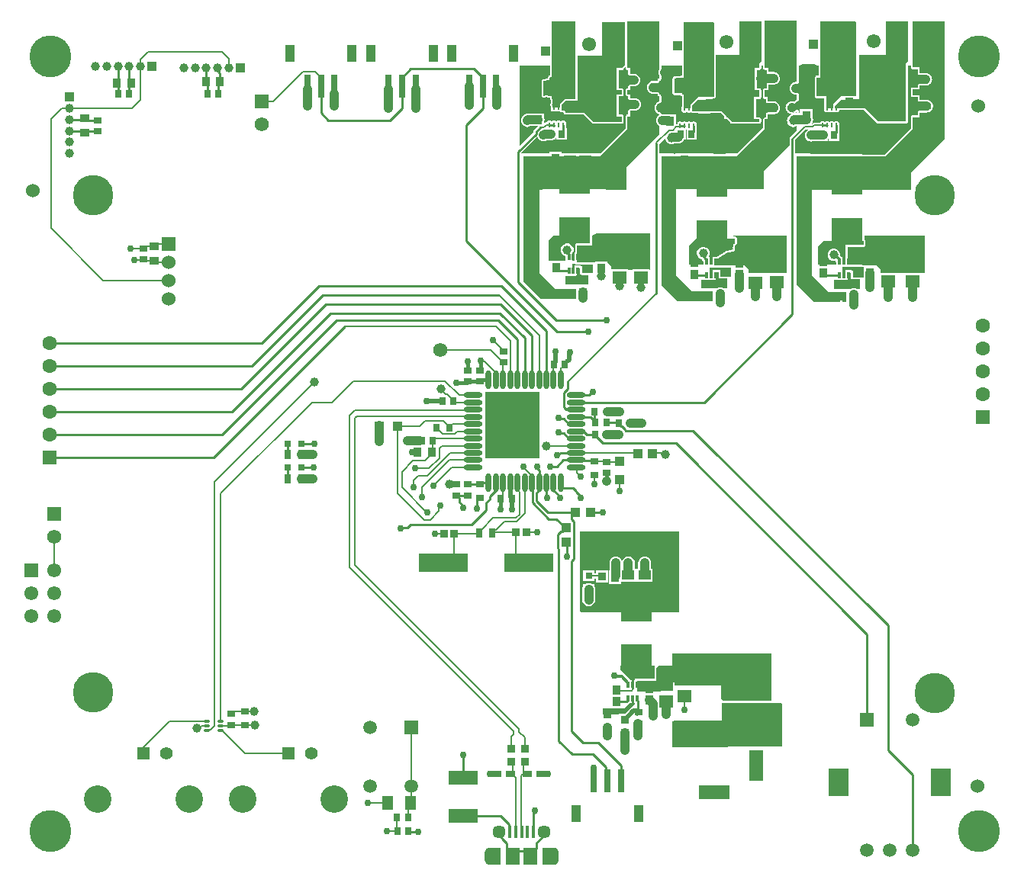
<source format=gtl>
G04*
G04 #@! TF.GenerationSoftware,Altium Limited,Altium Designer,21.8.1 (53)*
G04*
G04 Layer_Physical_Order=1*
G04 Layer_Color=255*
%FSLAX25Y25*%
%MOIN*%
G70*
G04*
G04 #@! TF.SameCoordinates,92EEE739-4F3B-4374-ACD8-CC48A347F5D9*
G04*
G04*
G04 #@! TF.FilePolarity,Positive*
G04*
G01*
G75*
%ADD13C,0.00787*%
%ADD14C,0.01000*%
%ADD17C,0.01968*%
%ADD18R,0.13780X0.11811*%
%ADD19C,0.06000*%
%ADD20R,0.05339X0.04152*%
%ADD21R,0.03773X0.03963*%
%ADD22R,0.04724X0.05906*%
%ADD23R,0.03740X0.03150*%
%ADD24O,0.08071X0.02362*%
%ADD25O,0.02362X0.08071*%
%ADD26R,0.04331X0.08071*%
%ADD27R,0.03937X0.02953*%
%ADD28R,0.02894X0.03394*%
%ADD29R,0.04331X0.07480*%
%ADD30R,0.02756X0.10236*%
%ADD31R,0.03591X0.04453*%
%ADD32R,0.03150X0.03740*%
%ADD33R,0.02953X0.03543*%
G04:AMPARAMS|DCode=34|XSize=26.38mil|YSize=11.81mil|CornerRadius=1.95mil|HoleSize=0mil|Usage=FLASHONLY|Rotation=0.000|XOffset=0mil|YOffset=0mil|HoleType=Round|Shape=RoundedRectangle|*
%AMROUNDEDRECTD34*
21,1,0.02638,0.00791,0,0,0.0*
21,1,0.02248,0.01181,0,0,0.0*
1,1,0.00390,0.01124,-0.00396*
1,1,0.00390,-0.01124,-0.00396*
1,1,0.00390,-0.01124,0.00396*
1,1,0.00390,0.01124,0.00396*
%
%ADD34ROUNDEDRECTD34*%
%ADD35R,0.03543X0.02953*%
%ADD36R,0.03543X0.03150*%
%ADD37R,0.03150X0.03543*%
%ADD38R,0.01575X0.05315*%
%ADD39R,0.05906X0.07480*%
%ADD40R,0.21654X0.07874*%
%ADD41R,0.04182X0.04469*%
%ADD42R,0.02953X0.03937*%
%ADD43R,0.03150X0.03150*%
%ADD44R,0.03788X0.03681*%
%ADD45R,0.04016X0.02992*%
%ADD46R,0.05938X0.05534*%
G04:AMPARAMS|DCode=47|XSize=19.68mil|YSize=9.84mil|CornerRadius=1.97mil|HoleSize=0mil|Usage=FLASHONLY|Rotation=270.000|XOffset=0mil|YOffset=0mil|HoleType=Round|Shape=RoundedRectangle|*
%AMROUNDEDRECTD47*
21,1,0.01968,0.00591,0,0,270.0*
21,1,0.01575,0.00984,0,0,270.0*
1,1,0.00394,-0.00295,-0.00787*
1,1,0.00394,-0.00295,0.00787*
1,1,0.00394,0.00295,0.00787*
1,1,0.00394,0.00295,-0.00787*
%
%ADD47ROUNDEDRECTD47*%
%ADD48R,0.01181X0.02638*%
%ADD49R,0.03937X0.03543*%
%ADD50R,0.03937X0.03937*%
%ADD51R,0.03543X0.03937*%
%ADD52R,0.03150X0.03150*%
%ADD53R,0.04469X0.04182*%
%ADD54R,0.12598X0.05906*%
%ADD55R,0.03347X0.03347*%
%ADD56R,0.08000X0.04500*%
%ADD57R,0.03937X0.03937*%
%ADD79C,0.03937*%
%ADD85C,0.06299*%
%ADD86R,0.06299X0.06299*%
%ADD87R,0.06181X0.06181*%
%ADD88C,0.06181*%
%ADD91C,0.05512*%
%ADD92R,0.05512X0.05512*%
%ADD93C,0.12008*%
%ADD96C,0.06102*%
%ADD103C,0.01968*%
G04:AMPARAMS|DCode=104|XSize=35.43mil|YSize=62.99mil|CornerRadius=1.95mil|HoleSize=0mil|Usage=FLASHONLY|Rotation=270.000|XOffset=0mil|YOffset=0mil|HoleType=Round|Shape=RoundedRectangle|*
%AMROUNDEDRECTD104*
21,1,0.03543,0.05909,0,0,270.0*
21,1,0.03154,0.06299,0,0,270.0*
1,1,0.00390,-0.02955,-0.01577*
1,1,0.00390,-0.02955,0.01577*
1,1,0.00390,0.02955,0.01577*
1,1,0.00390,0.02955,-0.01577*
%
%ADD104ROUNDEDRECTD104*%
%ADD105C,0.03937*%
%ADD106C,0.00791*%
%ADD107C,0.01575*%
%ADD108C,0.01181*%
%ADD109R,0.06000X0.06000*%
%ADD110C,0.17717*%
%ADD111R,0.06102X0.06102*%
%ADD112C,0.05906*%
%ADD113R,0.05906X0.05906*%
%ADD114R,0.09055X0.12205*%
%ADD115R,0.05906X0.05906*%
%ADD116C,0.05709*%
%ADD117R,0.06102X0.06102*%
%ADD118C,0.18307*%
%ADD119R,0.15748X0.05906*%
%ADD120R,0.13780X0.05906*%
%ADD121R,0.05906X0.13780*%
%ADD122C,0.03000*%
G36*
X367916Y370711D02*
Y338428D01*
X367358D01*
Y338494D01*
X362011D01*
Y338428D01*
X361224D01*
X357680Y334884D01*
Y333325D01*
X357696Y333310D01*
X354700D01*
Y338428D01*
X350594D01*
Y346695D01*
X352200D01*
X352200Y371105D01*
X367523D01*
X367916Y370711D01*
D02*
G37*
G36*
X341932Y351824D02*
Y344830D01*
X341919Y344764D01*
X341853Y344751D01*
X341539D01*
X341267Y344715D01*
X340924Y344670D01*
X340924D01*
X340819Y344656D01*
X340610Y344569D01*
X340246Y344419D01*
X340246Y344419D01*
X340149Y344378D01*
X339573Y343936D01*
X339305Y343587D01*
X339196Y343445D01*
X339196Y343445D01*
X339131Y343361D01*
X339091Y343263D01*
D01*
X338894Y342788D01*
X338894Y342788D01*
X338854Y342690D01*
X338840Y342585D01*
Y342585D01*
X338814Y342392D01*
X338759Y341971D01*
X338814Y341549D01*
X338840Y341356D01*
Y341356D01*
X338854Y341251D01*
X338940Y341043D01*
X339091Y340679D01*
X339091Y340679D01*
X339131Y340581D01*
X339573Y340005D01*
X339923Y339737D01*
X340065Y339628D01*
X340065Y339628D01*
X340149Y339564D01*
X340246Y339523D01*
D01*
X340722Y339326D01*
X340722Y339326D01*
X340819Y339286D01*
X340924Y339272D01*
X340924D01*
X341267Y339227D01*
X341539Y339191D01*
X341853D01*
X341919Y339178D01*
X341932Y339112D01*
Y336916D01*
Y336916D01*
X341932D01*
X341919Y336914D01*
X341908Y336912D01*
X341694Y336869D01*
X341694D01*
X341538Y336838D01*
X341405Y336749D01*
D01*
X341387Y336737D01*
X341147Y336577D01*
X340742Y336172D01*
X340683Y336133D01*
X340614Y336147D01*
X340603Y336151D01*
X340467Y336207D01*
X339747Y336302D01*
X339326Y336247D01*
X339133Y336221D01*
X339133D01*
X339028Y336207D01*
X338819Y336121D01*
X338455Y335970D01*
X338455Y335970D01*
X338357Y335930D01*
X337782Y335488D01*
X337513Y335138D01*
X337404Y334996D01*
X337404Y334996D01*
X337340Y334912D01*
X337300Y334815D01*
D01*
X337103Y334339D01*
X337103Y334339D01*
X337062Y334242D01*
X337049Y334137D01*
Y334137D01*
X337023Y333944D01*
X336968Y333522D01*
X337023Y333101D01*
X337049Y332908D01*
Y332908D01*
X337062Y332803D01*
X337149Y332594D01*
X337300Y332230D01*
X337300Y332230D01*
X337340Y332133D01*
X337782Y331557D01*
X338131Y331289D01*
X338274Y331179D01*
X338274Y331179D01*
X338357Y331115D01*
X338455Y331075D01*
D01*
X338930Y330878D01*
X338930Y330878D01*
X339028Y330837D01*
X339133Y330824D01*
X339133D01*
X339429Y330785D01*
X339496Y330776D01*
X339520Y330767D01*
X339565Y330762D01*
X339496Y330733D01*
X338920Y330291D01*
X338691Y329993D01*
X338392Y329763D01*
X337950Y329187D01*
X337672Y328517D01*
X337578Y327798D01*
X337672Y327078D01*
X337950Y326408D01*
X338392Y325832D01*
X338968Y325390D01*
X339638Y325113D01*
X340357Y325018D01*
X341077Y325113D01*
X341747Y325390D01*
X341932Y325532D01*
Y323438D01*
X339673Y321178D01*
X339461Y321136D01*
X339036Y320852D01*
X338751Y320426D01*
X338651Y319924D01*
Y317036D01*
X327365Y305750D01*
Y297876D01*
X288980D01*
Y260278D01*
X296066Y253191D01*
X305023D01*
Y248861D01*
X289767D01*
X282700Y255928D01*
Y312246D01*
X286224D01*
X286368Y312102D01*
X315607D01*
X322673Y319168D01*
X327721Y324216D01*
X327721Y324216D01*
X327956Y324451D01*
Y328312D01*
X327969Y328379D01*
X328035Y328392D01*
X329137D01*
Y330544D01*
X329150Y330610D01*
X329216Y330623D01*
X331800D01*
X332071Y330658D01*
X332415Y330704D01*
X332415D01*
X332519Y330717D01*
X332728Y330804D01*
X333092Y330955D01*
X333092Y330955D01*
X333190Y330995D01*
X333766Y331437D01*
X334034Y331786D01*
X334143Y331929D01*
X334143Y331929D01*
X334207Y332013D01*
X334248Y332110D01*
D01*
X334444Y332585D01*
X334444Y332585D01*
X334485Y332683D01*
X334499Y332788D01*
Y332788D01*
X334524Y332981D01*
X334580Y333402D01*
X334524Y333824D01*
X334499Y334017D01*
Y334017D01*
X334485Y334122D01*
X334399Y334331D01*
X334248Y334695D01*
X334248Y334695D01*
X334207Y334792D01*
X333766Y335368D01*
X333416Y335636D01*
X333274Y335745D01*
X333274Y335745D01*
X333190Y335810D01*
X333092Y335850D01*
D01*
X332617Y336047D01*
X332617Y336047D01*
X332519Y336087D01*
X332415Y336101D01*
X332415D01*
X332071Y336146D01*
X331800Y336182D01*
X329216D01*
X329150Y336195D01*
X329137Y336261D01*
Y337234D01*
Y338037D01*
X328035D01*
X327969Y338050D01*
X327956Y338116D01*
Y341108D01*
X327969Y341174D01*
X328035Y341187D01*
X329531D01*
Y343443D01*
X329544Y343509D01*
X329610Y343522D01*
X331696D01*
X331967Y343558D01*
X332311Y343603D01*
X332311D01*
X332416Y343617D01*
X332624Y343703D01*
X332988Y343854D01*
X332988Y343854D01*
X333086Y343894D01*
X333662Y344336D01*
X333930Y344686D01*
X334039Y344828D01*
X334039Y344828D01*
X334103Y344912D01*
X334144Y345009D01*
D01*
X334341Y345484D01*
X334341Y345484D01*
X334381Y345582D01*
X334395Y345687D01*
Y345687D01*
X334420Y345880D01*
X334476Y346302D01*
X334420Y346723D01*
X334395Y346916D01*
Y346916D01*
X334381Y347021D01*
X334295Y347230D01*
X334144Y347594D01*
X334144Y347594D01*
X334103Y347691D01*
X333662Y348267D01*
X333312Y348535D01*
X333170Y348644D01*
X333170Y348644D01*
X333086Y348709D01*
X332988Y348749D01*
D01*
X332513Y348946D01*
X332513Y348946D01*
X332416Y348987D01*
X332311Y349000D01*
X332311D01*
X331967Y349046D01*
X331696Y349081D01*
X329610D01*
X329544Y349094D01*
X329531Y349160D01*
Y350030D01*
Y350833D01*
X328035D01*
X327969Y350846D01*
X327956Y350912D01*
Y351824D01*
Y371498D01*
X341932D01*
Y351824D01*
D02*
G37*
G36*
X245279Y337246D02*
X240519D01*
X238380Y335108D01*
Y333548D01*
X238395Y333533D01*
X235174D01*
Y333983D01*
X235160Y334052D01*
Y334294D01*
X235084Y334678D01*
X234965Y334855D01*
X235168Y335346D01*
X235263Y336065D01*
X235168Y336785D01*
X234891Y337455D01*
X234837Y337526D01*
Y338651D01*
X233443D01*
X233203Y338750D01*
X232484Y338845D01*
X231764Y338750D01*
X231524Y338651D01*
X231293D01*
Y345223D01*
X231600D01*
X232319Y345317D01*
X232623Y345443D01*
X233962D01*
Y346554D01*
X234007Y346613D01*
X234134Y346919D01*
X234837D01*
Y355317D01*
X234929D01*
Y360829D01*
X234836D01*
Y371328D01*
X245279D01*
Y337246D01*
D02*
G37*
G36*
X305712Y370613D02*
Y338329D01*
X299019D01*
X295476Y334786D01*
Y333226D01*
X295491Y333211D01*
X292500D01*
Y339802D01*
X288389Y339802D01*
Y346323D01*
X288847D01*
X289567Y346417D01*
X289871Y346543D01*
X291209D01*
Y346597D01*
X292500D01*
Y357781D01*
X292605D01*
Y363293D01*
X292500D01*
Y371006D01*
X305318D01*
X305712Y370613D01*
D02*
G37*
G36*
X406499Y319924D02*
X391932Y305357D01*
Y297483D01*
X348625D01*
Y260081D01*
X355712Y252994D01*
X363586D01*
Y248664D01*
X361873D01*
X361823Y249164D01*
X362120Y249223D01*
X362545Y249507D01*
X362830Y249933D01*
X362930Y250435D01*
X362830Y250938D01*
X362545Y251364D01*
X362120Y251648D01*
X361617Y251748D01*
X361125D01*
X360623Y251648D01*
X360197Y251364D01*
X359912Y250938D01*
X359813Y250435D01*
X359912Y249933D01*
X360197Y249507D01*
X360623Y249223D01*
X360919Y249164D01*
X360870Y248664D01*
X349413D01*
X341800Y256276D01*
Y312050D01*
X380182D01*
X380182Y312050D01*
X380183Y312050D01*
X380515D01*
X391681Y323216D01*
X392288Y323822D01*
D01*
X392523Y324058D01*
Y329234D01*
X392536Y329300D01*
X392602Y329313D01*
X395491D01*
Y331277D01*
X395504Y331343D01*
X395570Y331357D01*
X398326D01*
X398625Y331317D01*
X399047Y331373D01*
X399240Y331398D01*
X399240D01*
X399345Y331412D01*
X399553Y331498D01*
X399917Y331649D01*
X399917Y331649D01*
X400015Y331690D01*
X400591Y332131D01*
X400859Y332481D01*
X400968Y332623D01*
X400968Y332623D01*
X401032Y332707D01*
X401073Y332805D01*
D01*
X401270Y333280D01*
X401270Y333280D01*
X401310Y333377D01*
X401324Y333482D01*
Y333482D01*
X401349Y333675D01*
X401405Y334097D01*
X401349Y334518D01*
X401324Y334712D01*
Y334712D01*
X401310Y334816D01*
X401224Y335025D01*
X401073Y335389D01*
X401073Y335389D01*
X401032Y335487D01*
X400968Y335571D01*
D01*
X400967Y335572D01*
X400591Y336062D01*
X400551Y336102D01*
X399976Y336543D01*
X399878Y336584D01*
D01*
X399403Y336781D01*
X399403Y336781D01*
X399305Y336821D01*
X399201Y336835D01*
X399201D01*
X398857Y336880D01*
X398586Y336916D01*
X395570D01*
X395504Y336929D01*
X395491Y336995D01*
Y338156D01*
Y338959D01*
X392602D01*
X392536Y338972D01*
X392523Y339038D01*
Y341400D01*
X392536Y341466D01*
X392602Y341479D01*
X395476D01*
Y343049D01*
X395489Y343115D01*
X395555Y343128D01*
X398232D01*
X398503Y343164D01*
X398846Y343209D01*
X398846D01*
X398951Y343223D01*
X399160Y343309D01*
X399524Y343460D01*
X399524Y343460D01*
X399621Y343501D01*
X400197Y343942D01*
X400465Y344292D01*
X400574Y344434D01*
X400574Y344434D01*
X400639Y344518D01*
X400679Y344616D01*
D01*
X400876Y345091D01*
X400876Y345091D01*
X400916Y345188D01*
X400930Y345293D01*
Y345293D01*
X400956Y345486D01*
X401011Y345908D01*
X400956Y346329D01*
X400930Y346522D01*
Y346522D01*
X400916Y346627D01*
X400830Y346836D01*
X400679Y347200D01*
X400679Y347200D01*
X400639Y347298D01*
X400197Y347873D01*
X399847Y348142D01*
X399705Y348251D01*
X399705Y348251D01*
X399621Y348315D01*
X399524Y348356D01*
D01*
X399049Y348552D01*
X399048Y348552D01*
X398951Y348593D01*
X398846Y348607D01*
X398846D01*
X398503Y348652D01*
X398232Y348688D01*
X395555D01*
X395489Y348701D01*
X395476Y348767D01*
Y350322D01*
Y351124D01*
X392602D01*
X392536Y351137D01*
X392523Y351203D01*
Y351824D01*
Y371105D01*
X406499D01*
Y319924D01*
D02*
G37*
G36*
X341932Y331804D02*
Y331105D01*
X341132D01*
X341140Y331118D01*
X341713Y331557D01*
X341909Y331812D01*
X341929Y331832D01*
X341932Y331804D01*
D02*
G37*
G36*
X390357Y353782D02*
X389570Y352994D01*
Y327404D01*
X377365Y327404D01*
X371460Y333310D01*
X358498D01*
X358483Y333386D01*
Y334110D01*
X361617Y336853D01*
X369098Y337246D01*
Y356538D01*
X380909D01*
X380909Y357719D01*
X380909Y371105D01*
X390357D01*
Y353782D01*
D02*
G37*
G36*
X326331Y353742D02*
X325544Y352955D01*
Y350833D01*
X323625D01*
Y347144D01*
X323574Y347021D01*
X323479Y346302D01*
X323574Y345582D01*
X323625Y345459D01*
Y341187D01*
X325544D01*
Y338037D01*
X323232D01*
Y333490D01*
X323208Y333310D01*
X323232Y333129D01*
Y328392D01*
X325544D01*
Y327364D01*
X313339Y327364D01*
X309200Y331902D01*
X297099D01*
X296855Y331951D01*
X296300D01*
Y334475D01*
X298696Y336871D01*
X305071Y337207D01*
Y337526D01*
X305712D01*
X306019Y337587D01*
X306279Y337761D01*
X306453Y338022D01*
X306515Y338329D01*
Y356498D01*
X316882D01*
X316882Y357679D01*
X316882Y371065D01*
X326331D01*
Y353742D01*
D02*
G37*
G36*
X266704Y352238D02*
X265460Y350994D01*
Y350731D01*
X263192D01*
Y341085D01*
X265460D01*
Y339313D01*
X263192D01*
Y329668D01*
X265460D01*
Y327208D01*
X253255Y327208D01*
X249180Y331283D01*
X240770D01*
Y331343D01*
X240694Y331726D01*
X240477Y332051D01*
X240152Y332268D01*
X239769Y332344D01*
X239023D01*
X239097Y332719D01*
Y333167D01*
X239137Y333226D01*
X239198Y333533D01*
X239183Y333609D01*
Y334775D01*
X240851Y336444D01*
X245279D01*
X245586Y336505D01*
X245846Y336679D01*
X246021Y336939D01*
X246082Y337246D01*
Y356342D01*
X256798D01*
X256798Y357523D01*
X256798Y370909D01*
X266704D01*
Y352238D01*
D02*
G37*
G36*
X391720Y351124D02*
X391781Y350817D01*
X391955Y350557D01*
X392216Y350383D01*
X392523Y350322D01*
X394673D01*
Y348688D01*
X394734Y348380D01*
X394908Y348120D01*
X395168Y347946D01*
X395476Y347885D01*
X398179D01*
X398741Y347811D01*
X399217Y347614D01*
X399624Y347301D01*
X399938Y346893D01*
X400134Y346418D01*
X400201Y345908D01*
X400134Y345398D01*
X399938Y344923D01*
X399624Y344515D01*
X399216Y344202D01*
X398741Y344005D01*
X398179Y343931D01*
X395476D01*
X395168Y343870D01*
X394908Y343696D01*
X394734Y343435D01*
X394673Y343128D01*
Y342282D01*
X392523D01*
X392216Y342220D01*
X391955Y342046D01*
X391781Y341786D01*
X391720Y341479D01*
Y338959D01*
X391781Y338652D01*
X391955Y338391D01*
X392216Y338217D01*
X392523Y338156D01*
X394689D01*
Y336916D01*
X394750Y336609D01*
X394924Y336348D01*
X395184Y336174D01*
X395491Y336113D01*
X398533D01*
X399096Y336039D01*
X399571Y335842D01*
X400001Y335512D01*
X400331Y335082D01*
X400528Y334607D01*
X400595Y334097D01*
X400528Y333587D01*
X400331Y333112D01*
X400018Y332704D01*
X399610Y332391D01*
X399135Y332194D01*
X398625Y332127D01*
X398431Y332153D01*
X398378Y332149D01*
X398326Y332159D01*
X395491D01*
X395184Y332098D01*
X394924Y331924D01*
X394750Y331664D01*
X394689Y331357D01*
Y330116D01*
X392523D01*
X392216Y330055D01*
X391955Y329881D01*
X391781Y329621D01*
X391720Y329313D01*
Y324390D01*
X380182Y312852D01*
X380094D01*
X341276Y313459D01*
Y319376D01*
X345860Y323959D01*
X347035D01*
X346906Y323906D01*
X346330Y323464D01*
X346234Y323368D01*
X345793Y322792D01*
X345515Y322122D01*
X345420Y321402D01*
X345515Y320683D01*
X345793Y320012D01*
X346234Y319437D01*
X346810Y318995D01*
X347481Y318717D01*
X348200Y318623D01*
X348919Y318717D01*
X348923Y318719D01*
X353350D01*
X354069Y318813D01*
X354553Y319014D01*
X355584D01*
Y319883D01*
X355757Y320109D01*
X355961Y320601D01*
Y319014D01*
X360430D01*
Y322381D01*
X360439Y322430D01*
Y325829D01*
X360425Y325899D01*
Y326617D01*
X360349Y327001D01*
X360132Y327326D01*
X359806Y327544D01*
X359422Y327620D01*
X358831D01*
X358447Y327544D01*
X358142Y327340D01*
X357837Y327544D01*
X357453Y327620D01*
X356863D01*
X356479Y327544D01*
X356174Y327340D01*
X355869Y327544D01*
X355485Y327620D01*
X354894D01*
X354510Y327544D01*
X354205Y327340D01*
X353900Y327544D01*
X353516Y327620D01*
X352926D01*
X352542Y327544D01*
X352216Y327326D01*
X352021Y327033D01*
X349527D01*
X349066Y326942D01*
X348675Y326681D01*
X348362Y326368D01*
X348250D01*
X348686Y326936D01*
X348964Y327606D01*
X349058Y328326D01*
X348964Y329045D01*
X348686Y329716D01*
X348657Y329753D01*
Y332779D01*
X343310D01*
Y331105D01*
X342735D01*
Y331843D01*
X342725Y331895D01*
X342728Y331948D01*
X342694Y332047D01*
X342674Y332150D01*
X342645Y332194D01*
X342628Y332244D01*
X342558Y332323D01*
X342500Y332411D01*
X342456Y332440D01*
X342421Y332480D01*
X342327Y332526D01*
X342239Y332585D01*
X342188Y332595D01*
X342140Y332618D01*
X342035Y332625D01*
X341932Y332646D01*
X341880Y332635D01*
X341828Y332639D01*
X341728Y332605D01*
X341625Y332585D01*
X341581Y332555D01*
X341531Y332538D01*
X341452Y332469D01*
X341365Y332411D01*
X341335Y332366D01*
X341295Y332332D01*
X341140Y332130D01*
X340649Y331752D01*
X340626Y331727D01*
X340546Y331673D01*
Y331673D01*
X340546Y331673D01*
X340416Y331478D01*
X340372Y331413D01*
Y331413D01*
X340372Y331413D01*
X340338Y331244D01*
X340311Y331105D01*
Y331105D01*
Y331105D01*
X340326Y331032D01*
X340324Y331031D01*
X340316Y331073D01*
X340258Y331160D01*
X340211Y331254D01*
X340171Y331289D01*
X340142Y331333D01*
X340055Y331392D01*
X339976Y331461D01*
X339926Y331478D01*
X339881Y331507D01*
X339778Y331528D01*
X339679Y331561D01*
X339237Y331620D01*
X338762Y331817D01*
X338354Y332130D01*
X338041Y332538D01*
X337844Y333013D01*
X337777Y333522D01*
X337844Y334032D01*
X338041Y334507D01*
X338354Y334915D01*
X338762Y335228D01*
X339237Y335425D01*
X339747Y335492D01*
X340257Y335425D01*
X340379Y335375D01*
X340379Y335375D01*
X340686Y335314D01*
X340872Y335350D01*
X340994Y335375D01*
X341254Y335549D01*
X341254Y335549D01*
X341659Y335953D01*
X341851Y336082D01*
X342089Y336129D01*
X342162Y336159D01*
X342239Y336175D01*
X342305Y336219D01*
X342378Y336249D01*
X342434Y336305D01*
X342500Y336349D01*
X342544Y336415D01*
X342600Y336471D01*
X342630Y336543D01*
X342674Y336609D01*
X342689Y336687D01*
X342720Y336760D01*
Y336839D01*
X342735Y336916D01*
Y339191D01*
X342674Y339498D01*
X342500Y339759D01*
X342239Y339933D01*
X341932Y339994D01*
X341591D01*
X341029Y340068D01*
X340554Y340265D01*
X340146Y340578D01*
X339833Y340986D01*
X339636Y341461D01*
X339569Y341971D01*
X339636Y342481D01*
X339833Y342956D01*
X340146Y343364D01*
X340554Y343677D01*
X341029Y343874D01*
X341591Y343948D01*
X341932D01*
X342239Y344009D01*
X342500Y344183D01*
X342674Y344443D01*
X342735Y344751D01*
Y351824D01*
X351397D01*
Y347498D01*
X350594D01*
X350287Y347437D01*
X350026Y347263D01*
X349852Y347003D01*
X349791Y346695D01*
Y338428D01*
X349852Y338120D01*
X350026Y337860D01*
X350287Y337686D01*
X350594Y337625D01*
X353897D01*
Y334129D01*
X353891Y334097D01*
Y332522D01*
X353967Y332138D01*
X354185Y331813D01*
X354510Y331595D01*
X354894Y331519D01*
X355485D01*
X355869Y331595D01*
X356174Y331799D01*
X356479Y331595D01*
X356863Y331519D01*
X357453D01*
X357837Y331595D01*
X358142Y331799D01*
X358447Y331595D01*
X358831Y331519D01*
X359422D01*
X359806Y331595D01*
X360132Y331813D01*
X360349Y332138D01*
X360422Y332507D01*
X371127D01*
X376798Y326836D01*
X377058Y326662D01*
X377365Y326601D01*
X389570Y326601D01*
X389877Y326662D01*
X390138Y326836D01*
X390312Y327097D01*
X390373Y327404D01*
Y351824D01*
X391720D01*
Y351124D01*
D02*
G37*
G36*
X327153Y350833D02*
X327214Y350525D01*
X327388Y350265D01*
X327649Y350091D01*
X327956Y350030D01*
X328728D01*
Y349081D01*
X328789Y348774D01*
X328963Y348514D01*
X329223Y348340D01*
X329531Y348278D01*
X331643D01*
X332206Y348204D01*
X332681Y348008D01*
X333089Y347694D01*
X333402Y347287D01*
X333599Y346811D01*
X333666Y346302D01*
X333599Y345792D01*
X333402Y345317D01*
X333089Y344909D01*
X332681Y344596D01*
X332206Y344399D01*
X331643Y344325D01*
X329531D01*
X329223Y344264D01*
X328963Y344090D01*
X328789Y343829D01*
X328728Y343522D01*
Y341990D01*
X327956D01*
X327649Y341929D01*
X327388Y341755D01*
X327214Y341494D01*
X327153Y341187D01*
Y338037D01*
X327214Y337730D01*
X327388Y337470D01*
X327649Y337296D01*
X327956Y337234D01*
X328334D01*
Y336182D01*
X328395Y335875D01*
X328569Y335614D01*
X328830Y335440D01*
X329137Y335379D01*
X331747D01*
X332310Y335305D01*
X332785Y335108D01*
X333193Y334795D01*
X333506Y334387D01*
X333703Y333912D01*
X333770Y333402D01*
X333703Y332892D01*
X333506Y332417D01*
X333193Y332009D01*
X332785Y331696D01*
X332310Y331500D01*
X331747Y331425D01*
X329137D01*
X328830Y331364D01*
X328569Y331190D01*
X328395Y330930D01*
X328334Y330623D01*
Y329194D01*
X327956D01*
X327649Y329133D01*
X327388Y328959D01*
X327214Y328699D01*
X327153Y328392D01*
Y324784D01*
X315982Y313613D01*
X281828D01*
Y317688D01*
X284432Y320292D01*
X284523Y319598D01*
X284801Y318928D01*
X285242Y318352D01*
X285818Y317910D01*
X286488Y317632D01*
X287208Y317538D01*
X287927Y317632D01*
X288598Y317910D01*
X288605Y317915D01*
X290137D01*
X290857Y318010D01*
X291527Y318288D01*
X292103Y318729D01*
X292545Y319305D01*
X292587Y319408D01*
X293319D01*
Y323863D01*
X293596Y323918D01*
X293696Y323984D01*
Y319408D01*
X298164D01*
Y324377D01*
X298158D01*
Y325593D01*
X298166Y325632D01*
X298152Y325702D01*
Y326420D01*
X298076Y326804D01*
X297858Y327129D01*
X297533Y327347D01*
X297149Y327423D01*
X296558D01*
X296174Y327347D01*
X295869Y327143D01*
X295564Y327347D01*
X295180Y327423D01*
X294590D01*
X294206Y327347D01*
X293901Y327143D01*
X293596Y327347D01*
X293212Y327423D01*
X292621D01*
X292237Y327347D01*
X291932Y327143D01*
X291627Y327347D01*
X291243Y327423D01*
X290653D01*
X290269Y327347D01*
X289943Y327129D01*
X289726Y326804D01*
X289649Y326420D01*
Y326246D01*
X289304D01*
X289094Y326204D01*
Y330465D01*
X286498D01*
X286454Y330483D01*
X285735Y330577D01*
X283271D01*
X282696Y330502D01*
Y330675D01*
X282675Y330778D01*
X282668Y330883D01*
X282645Y330930D01*
X282635Y330982D01*
X282576Y331070D01*
X282530Y331164D01*
X282490Y331199D01*
X282461Y331243D01*
X282373Y331301D01*
X282294Y331370D01*
X282244Y331387D01*
X282200Y331417D01*
X282109Y331435D01*
X281558Y331663D01*
X281150Y331976D01*
X280837Y332384D01*
X280640Y332859D01*
X280573Y333369D01*
X280640Y333879D01*
X280837Y334354D01*
X281169Y334786D01*
X281600Y335117D01*
X282165Y335351D01*
X282200Y335358D01*
X282244Y335387D01*
X282294Y335405D01*
X282373Y335474D01*
X282461Y335532D01*
X282490Y335576D01*
X282530Y335611D01*
X282576Y335705D01*
X282635Y335792D01*
X282645Y335844D01*
X282668Y335892D01*
X282675Y335997D01*
X282696Y336100D01*
Y338624D01*
X282635Y338932D01*
X282461Y339192D01*
X282200Y339366D01*
X281893Y339427D01*
X281810D01*
Y339585D01*
X281749Y339892D01*
X281575Y340153D01*
X281314Y340327D01*
X281007Y340388D01*
X279288D01*
X278726Y340462D01*
X278251Y340659D01*
X277842Y340972D01*
X277529Y341380D01*
X277333Y341855D01*
X277266Y342365D01*
X277333Y342874D01*
X277529Y343350D01*
X277842Y343758D01*
X278251Y344071D01*
X278726Y344267D01*
X279288Y344341D01*
X281007D01*
X281314Y344403D01*
X281575Y344577D01*
X281749Y344837D01*
X281810Y345144D01*
Y345302D01*
X281893D01*
X282200Y345363D01*
X282461Y345537D01*
X282635Y345797D01*
X282696Y346105D01*
Y347382D01*
X282675Y347485D01*
X282668Y347590D01*
X282645Y347637D01*
X282635Y347689D01*
X282576Y347777D01*
X282530Y347871D01*
X282494Y347917D01*
X282297Y348393D01*
X282230Y348902D01*
X282297Y349412D01*
X282494Y349887D01*
X282530Y349934D01*
X282576Y350028D01*
X282635Y350115D01*
X282645Y350167D01*
X282668Y350215D01*
X282675Y350320D01*
X282696Y350423D01*
Y351824D01*
X291697D01*
Y347400D01*
X291209D01*
X290940Y347346D01*
X289871D01*
X289563Y347285D01*
X289357Y347200D01*
X288795Y347126D01*
X288389D01*
X288082Y347064D01*
X287821Y346890D01*
X287647Y346630D01*
X287586Y346323D01*
Y339802D01*
X287647Y339495D01*
X287821Y339235D01*
X288082Y339061D01*
X288389Y339000D01*
X291047Y339000D01*
Y338624D01*
X291697D01*
Y334289D01*
X291694Y334284D01*
X291618Y333900D01*
Y332325D01*
X291694Y331941D01*
X291912Y331616D01*
X292237Y331398D01*
X292621Y331322D01*
X293212D01*
X293596Y331398D01*
X293901Y331602D01*
X294206Y331398D01*
X294590Y331322D01*
X295180D01*
X295564Y331398D01*
X295673Y331471D01*
X295732Y331383D01*
X295993Y331209D01*
X296300Y331148D01*
X296777D01*
X296942Y331115D01*
X297021D01*
X297099Y331100D01*
X298707D01*
Y331036D01*
X304055D01*
Y331100D01*
X308846D01*
X310239Y329571D01*
Y328392D01*
X311315D01*
X312746Y326823D01*
X312761Y326812D01*
X312771Y326797D01*
X312886Y326719D01*
X312998Y326637D01*
X313016Y326633D01*
X313032Y326622D01*
X313168Y326595D01*
X313302Y326562D01*
X313321Y326565D01*
X313339Y326561D01*
X325544Y326561D01*
X325851Y326622D01*
X326111Y326797D01*
X326285Y327057D01*
X326347Y327364D01*
Y328392D01*
X326285Y328699D01*
X326111Y328959D01*
X325851Y329133D01*
X325544Y329194D01*
X324034D01*
Y333129D01*
X324024Y333181D01*
X324027Y333234D01*
X324018Y333310D01*
X324027Y333385D01*
X324024Y333438D01*
X324034Y333490D01*
Y337234D01*
X325544D01*
X325851Y337296D01*
X326111Y337470D01*
X326285Y337730D01*
X326347Y338037D01*
Y341187D01*
X326285Y341494D01*
X326111Y341755D01*
X325851Y341929D01*
X325544Y341990D01*
X324428D01*
Y345459D01*
X324367Y345766D01*
X324356Y345792D01*
X324289Y346302D01*
X324356Y346811D01*
X324367Y346837D01*
X324428Y347144D01*
Y350030D01*
X325544D01*
X325851Y350091D01*
X326111Y350265D01*
X326285Y350525D01*
X326347Y350833D01*
Y351824D01*
X327153D01*
Y350833D01*
D02*
G37*
G36*
X234034Y347702D02*
X233827Y347660D01*
X233566Y347486D01*
X233462Y347330D01*
X233392Y347226D01*
X233275Y346943D01*
X233221Y346861D01*
X233210Y346809D01*
X233187Y346762D01*
X233180Y346657D01*
X233159Y346554D01*
Y346246D01*
X232623D01*
X232316Y346185D01*
X232110Y346100D01*
X231547Y346025D01*
X231293D01*
X230986Y345964D01*
X230726Y345790D01*
X230551Y345530D01*
X230490Y345223D01*
Y338651D01*
X230551Y338344D01*
X230726Y338083D01*
X230986Y337909D01*
X231293Y337848D01*
X231524D01*
X231831Y337909D01*
X231974Y337968D01*
X232484Y338035D01*
X232993Y337968D01*
X233136Y337909D01*
X233443Y337848D01*
X234034D01*
Y337526D01*
X234054Y337423D01*
X234061Y337318D01*
X234084Y337271D01*
X234095Y337219D01*
X234153Y337131D01*
X234171Y337096D01*
X234386Y336575D01*
X234453Y336065D01*
X234386Y335556D01*
X234224Y335162D01*
X234208Y335085D01*
X234178Y335012D01*
Y334933D01*
X234162Y334855D01*
X234178Y334778D01*
Y334699D01*
X234208Y334626D01*
X234224Y334548D01*
X234267Y334482D01*
X234298Y334409D01*
X234328Y334365D01*
X234357Y334215D01*
Y334052D01*
X234371Y333983D01*
D01*
Y333533D01*
X234432Y333226D01*
X234531Y333078D01*
Y332719D01*
X234608Y332335D01*
X234825Y332009D01*
X235151Y331792D01*
X235535Y331715D01*
X236125D01*
X236509Y331792D01*
X236814Y331996D01*
X237119Y331792D01*
X237503Y331715D01*
X238094D01*
X238449Y331786D01*
X238455Y331777D01*
X238521Y331733D01*
X238577Y331677D01*
X238650Y331647D01*
X238716Y331603D01*
X238793Y331587D01*
X238866Y331557D01*
X238945D01*
X239023Y331542D01*
X239690D01*
X239839Y331512D01*
X239898Y331472D01*
X239938Y331413D01*
X239983Y331186D01*
X239990Y331169D01*
X240029Y330976D01*
X240203Y330715D01*
X240463Y330541D01*
X240770Y330480D01*
X248847D01*
X252687Y326640D01*
X252948Y326466D01*
X253255Y326405D01*
X265460Y326405D01*
X265767Y326466D01*
X266027Y326640D01*
X266201Y326901D01*
X266263Y327208D01*
Y329668D01*
X266201Y329975D01*
X266027Y330235D01*
X265767Y330410D01*
X265460Y330471D01*
X263995D01*
Y338511D01*
X265460D01*
X265767Y338572D01*
X266027Y338746D01*
X266201Y339006D01*
X266263Y339313D01*
Y341085D01*
X266201Y341392D01*
X266027Y341653D01*
X265767Y341827D01*
X265460Y341888D01*
X263995D01*
Y349928D01*
X265460D01*
X265767Y349989D01*
X266027Y350163D01*
X266201Y350424D01*
X266245Y350645D01*
X267114Y351513D01*
Y350731D01*
X267175Y350424D01*
X267349Y350163D01*
X267609Y349989D01*
X267916Y349928D01*
X268295D01*
Y348294D01*
X268356Y347987D01*
X268530Y347726D01*
X268790Y347552D01*
X269098Y347491D01*
X270620D01*
X271182Y347417D01*
X271657Y347220D01*
X272065Y346907D01*
X272378Y346499D01*
X272575Y346024D01*
X272642Y345514D01*
X272575Y345004D01*
X272378Y344529D01*
X272065Y344121D01*
X271657Y343808D01*
X271182Y343611D01*
X270620Y343537D01*
X269098D01*
X268790Y343476D01*
X268530Y343302D01*
X268356Y343042D01*
X268295Y342735D01*
Y341888D01*
X267916D01*
X267609Y341827D01*
X267349Y341653D01*
X267175Y341392D01*
X267114Y341085D01*
Y339313D01*
X267175Y339006D01*
X267349Y338746D01*
X267609Y338572D01*
X267916Y338511D01*
X268295D01*
Y337664D01*
X268356Y337357D01*
X268530Y337096D01*
X268790Y336922D01*
X269098Y336861D01*
X271013D01*
X271576Y336787D01*
X272051Y336590D01*
X272459Y336277D01*
X272772Y335869D01*
X272969Y335394D01*
X273036Y334884D01*
X272969Y334374D01*
X272772Y333899D01*
X272459Y333491D01*
X272051Y333178D01*
X271576Y332981D01*
X271013Y332907D01*
X269098D01*
X268790Y332846D01*
X268530Y332672D01*
X268356Y332412D01*
X268295Y332105D01*
Y330471D01*
X267916D01*
X267609Y330410D01*
X267349Y330235D01*
X267175Y329975D01*
X267114Y329668D01*
Y324488D01*
X256238Y313613D01*
X239003D01*
Y314117D01*
X233838D01*
Y313613D01*
X221591D01*
Y313716D01*
X228628Y320753D01*
X228895Y320109D01*
X229337Y319533D01*
X229912Y319091D01*
X230583Y318813D01*
X231302Y318719D01*
X232022Y318813D01*
X232692Y319091D01*
X232720Y319112D01*
X234331D01*
X235050Y319207D01*
X235534Y319408D01*
X236565D01*
Y320277D01*
X236738Y320502D01*
X236942Y320995D01*
Y319408D01*
X241411D01*
Y324377D01*
X241072D01*
Y325986D01*
X241080Y326026D01*
X241066Y326096D01*
Y326813D01*
X240989Y327197D01*
X240772Y327523D01*
X240446Y327741D01*
X240062Y327817D01*
X239472D01*
X239088Y327741D01*
X238783Y327537D01*
X238478Y327741D01*
X238094Y327817D01*
X237503D01*
X237119Y327741D01*
X236814Y327537D01*
X236509Y327741D01*
X236125Y327817D01*
X235535D01*
X235151Y327741D01*
X234846Y327537D01*
X234541Y327741D01*
X234157Y327817D01*
X233566D01*
X233182Y327741D01*
X232856Y327523D01*
X232661Y327230D01*
X232624D01*
X232163Y327139D01*
X231772Y326877D01*
X231772Y326877D01*
X231614Y326719D01*
Y327445D01*
X231625Y327472D01*
X231720Y328191D01*
X231625Y328911D01*
X231614Y328938D01*
Y330960D01*
X229024D01*
X228940Y330971D01*
X228857Y330960D01*
X226267D01*
Y330958D01*
X224597D01*
X223877Y330863D01*
X223207Y330586D01*
X222631Y330144D01*
X222250Y329763D01*
X221809Y329187D01*
X221531Y328517D01*
X221436Y327798D01*
X221531Y327078D01*
X221809Y326408D01*
X222250Y325832D01*
X222826Y325390D01*
X223496Y325113D01*
X224216Y325018D01*
X224935Y325113D01*
X225606Y325390D01*
X225617Y325399D01*
X228742D01*
X227118Y323775D01*
X226834Y323349D01*
X226734Y322847D01*
Y322571D01*
X220866Y316703D01*
Y351824D01*
X234034D01*
Y347702D01*
D02*
G37*
G36*
X281893Y350423D02*
X281793Y350292D01*
X281515Y349622D01*
X281420Y348902D01*
X281515Y348183D01*
X281793Y347513D01*
X281893Y347382D01*
Y346105D01*
X281007D01*
Y345144D01*
X279235D01*
X278516Y345050D01*
X277846Y344772D01*
X277270Y344330D01*
X276828Y343754D01*
X276551Y343084D01*
X276456Y342365D01*
X276551Y341645D01*
X276828Y340975D01*
X277270Y340399D01*
X277846Y339957D01*
X278516Y339680D01*
X279235Y339585D01*
X281007D01*
Y338624D01*
X281893D01*
Y336100D01*
X281866Y336096D01*
X281195Y335819D01*
X280620Y335377D01*
X280601Y335353D01*
X280578Y335335D01*
X280136Y334759D01*
X279858Y334089D01*
X279764Y333369D01*
X279858Y332650D01*
X280136Y331979D01*
X280578Y331404D01*
X281153Y330962D01*
X281824Y330684D01*
X281893Y330675D01*
Y330210D01*
X281881Y330205D01*
X281305Y329763D01*
X280864Y329187D01*
X280586Y328517D01*
X280491Y327798D01*
X280586Y327078D01*
X280864Y326408D01*
X281305Y325832D01*
X281881Y325390D01*
X281893Y325385D01*
Y321795D01*
X267326Y307228D01*
X267326Y297581D01*
X259009D01*
X258873Y297673D01*
X258468Y297753D01*
X230909D01*
X230504Y297673D01*
X230367Y297581D01*
X229432D01*
Y261164D01*
X236519Y254077D01*
X245476D01*
Y249746D01*
X230220D01*
X222600Y257366D01*
Y312148D01*
X255909D01*
X267916Y324156D01*
Y329668D01*
X269098D01*
Y332105D01*
X271066D01*
X271786Y332199D01*
X272456Y332477D01*
X273032Y332919D01*
X273473Y333494D01*
X273751Y334165D01*
X273846Y334884D01*
X273751Y335604D01*
X273473Y336274D01*
X273032Y336850D01*
X272456Y337292D01*
X271786Y337569D01*
X271066Y337664D01*
X269098D01*
Y339313D01*
X267916D01*
Y341085D01*
X269098D01*
Y342735D01*
X270672D01*
X271392Y342829D01*
X272062Y343107D01*
X272638Y343549D01*
X273080Y344124D01*
X273357Y344795D01*
X273452Y345514D01*
X273357Y346234D01*
X273080Y346904D01*
X272638Y347480D01*
X272062Y347921D01*
X271392Y348199D01*
X270672Y348294D01*
X269098D01*
Y350731D01*
X267916D01*
Y371203D01*
X281893D01*
Y350423D01*
D02*
G37*
G36*
X313855Y276272D02*
X314838D01*
X314866Y276266D01*
X314872Y276237D01*
Y274453D01*
X314860Y274395D01*
X314827Y274345D01*
X314477Y273995D01*
X314428Y273875D01*
X314399Y273847D01*
X314384Y273810D01*
X314292Y273718D01*
X313995Y273001D01*
Y272871D01*
X313980Y272834D01*
Y272794D01*
X313930Y272674D01*
Y271897D01*
X313980Y271778D01*
Y271738D01*
X313995Y271700D01*
Y271571D01*
X314034Y271476D01*
X311481Y270909D01*
X311378Y270836D01*
X311252Y270822D01*
X307354Y268656D01*
X307274Y268555D01*
X307047Y268429D01*
Y268367D01*
X307008Y268309D01*
X306963Y268300D01*
X305924D01*
X305805Y268250D01*
X305121D01*
Y267567D01*
X305072Y267448D01*
Y265002D01*
X303940D01*
Y266107D01*
X303956Y266144D01*
Y266873D01*
X303940Y266910D01*
Y268250D01*
X303212D01*
X303324Y268362D01*
X303743Y269375D01*
Y270472D01*
X303324Y271485D01*
X302549Y272260D01*
X301536Y272679D01*
X300439D01*
X299426Y272260D01*
X298651Y271485D01*
X298232Y270472D01*
Y269375D01*
X298651Y268362D01*
X299426Y267587D01*
X300439Y267168D01*
X300453D01*
X300564Y266900D01*
X301169Y266295D01*
Y266144D01*
X301184Y266107D01*
Y265002D01*
X294843D01*
Y273198D01*
X297966Y276321D01*
X313585D01*
X313595Y276312D01*
X313703Y276321D01*
X313735D01*
X313855Y276272D01*
D02*
G37*
G36*
X251513Y277576D02*
Y274122D01*
X245857D01*
X245254Y273873D01*
X245005Y273270D01*
Y270219D01*
X244885D01*
Y266602D01*
X243704D01*
Y268075D01*
X243720Y268113D01*
Y268841D01*
X243704Y268878D01*
Y269529D01*
X243915Y269741D01*
X244335Y270753D01*
Y271850D01*
X243915Y272863D01*
X243140Y273638D01*
X242127Y274058D01*
X241031D01*
X240018Y273638D01*
X239243Y272863D01*
X238823Y271850D01*
Y270753D01*
X239243Y269741D01*
X240018Y268965D01*
X240932Y268586D01*
Y268113D01*
X240948Y268075D01*
Y266602D01*
X233350D01*
Y275401D01*
X235649Y277699D01*
X251564D01*
X251513Y277576D01*
D02*
G37*
G36*
X371066Y273467D02*
X363192D01*
Y268250D01*
X362995D01*
Y264902D01*
X361814D01*
Y266107D01*
X361830Y266144D01*
X361814Y266182D01*
Y268250D01*
X361358D01*
X361331Y268316D01*
X360830Y268817D01*
Y269684D01*
X360410Y270697D01*
X359635Y271473D01*
X358622Y271892D01*
X357526D01*
X356513Y271473D01*
X355738Y270697D01*
X355318Y269684D01*
Y268588D01*
X355738Y267575D01*
X356513Y266800D01*
X357526Y266380D01*
X358622D01*
X358952Y266517D01*
Y266235D01*
X359058Y265979D01*
Y264902D01*
X350987D01*
Y272679D01*
X353448Y275140D01*
X371066D01*
Y273467D01*
D02*
G37*
G36*
X277700Y262557D02*
X277578D01*
Y262745D01*
X270066D01*
Y262557D01*
X268130D01*
Y262745D01*
X260818D01*
Y264132D01*
X259243Y265707D01*
X259082D01*
Y266085D01*
X253916D01*
Y265707D01*
X253645D01*
Y265790D01*
X248330D01*
Y265707D01*
X245857D01*
Y273270D01*
X252365D01*
Y277576D01*
X254542Y278699D01*
X277700D01*
Y262557D01*
D02*
G37*
G36*
X397838Y261262D02*
X378547D01*
Y262837D01*
X376972Y264412D01*
X364000Y264760D01*
Y272664D01*
X371066D01*
X371373Y272725D01*
X371634Y272899D01*
X371808Y273160D01*
X371869Y273467D01*
Y275140D01*
X371808Y275447D01*
X371634Y275708D01*
X371555Y275761D01*
Y277404D01*
X397838D01*
Y261262D01*
D02*
G37*
G36*
X337500D02*
X320672D01*
Y262837D01*
X319098Y264412D01*
X305909D01*
D01*
Y264925D01*
X305924Y265002D01*
Y267448D01*
X307047D01*
X307355Y267509D01*
X307615Y267683D01*
X307768Y267911D01*
X311666Y270077D01*
X314277Y270657D01*
X314341Y270685D01*
X314410Y270699D01*
X314483Y270748D01*
X314563Y270783D01*
X314612Y270834D01*
X314670Y270873D01*
X314719Y270946D01*
X314780Y271010D01*
X314805Y271075D01*
X314844Y271134D01*
X314861Y271220D01*
X314893Y271302D01*
X314892Y271372D01*
X314905Y271441D01*
X314888Y271527D01*
X314886Y271615D01*
X314858Y271679D01*
X314844Y271748D01*
X314782Y271897D01*
Y272674D01*
X315080Y273392D01*
X315489Y273802D01*
X315663Y274062D01*
X315724Y274369D01*
Y276321D01*
X315663Y276628D01*
X315489Y276889D01*
X315229Y277063D01*
X314921Y277124D01*
X313855D01*
X314397Y277404D01*
X337500D01*
Y261262D01*
D02*
G37*
G36*
X245289Y265139D02*
X245550Y264965D01*
X245857Y264904D01*
X248330D01*
X248637Y264965D01*
X248670Y264987D01*
X252956D01*
Y261065D01*
X248232D01*
Y264202D01*
X247641D01*
Y264392D01*
X244885D01*
Y261853D01*
X243704D01*
Y265202D01*
X245247D01*
X245289Y265139D01*
D02*
G37*
G36*
X305909Y263609D02*
X313192D01*
Y259687D01*
X308468D01*
Y262443D01*
X305100D01*
Y260475D01*
X303940D01*
Y263624D01*
X305831D01*
X305909Y263609D01*
D02*
G37*
G36*
X371066Y263767D02*
Y261518D01*
X371042Y261337D01*
Y259294D01*
X366342D01*
Y262302D01*
X365751D01*
Y262424D01*
X362995D01*
Y260081D01*
X361814D01*
Y262424D01*
X361700D01*
Y263802D01*
X369766D01*
X371066Y263767D01*
D02*
G37*
G36*
X307665Y259687D02*
X307680Y259610D01*
Y258900D01*
X308390D01*
X308468Y258885D01*
X311617D01*
Y254569D01*
X309916D01*
X309858Y254614D01*
X309187Y254892D01*
X308468Y254987D01*
X307748Y254892D01*
X307078Y254614D01*
X307019Y254569D01*
X300200D01*
X300200Y258287D01*
X301184Y258292D01*
Y258211D01*
X305909D01*
Y258318D01*
X306499Y258322D01*
Y261641D01*
X307665D01*
Y259687D01*
D02*
G37*
G36*
X365539Y259294D02*
X365554Y259216D01*
Y258506D01*
X366264D01*
X366342Y258491D01*
X369491D01*
Y254176D01*
X368184D01*
X368125Y254221D01*
X367455Y254498D01*
X366735Y254593D01*
X366016Y254498D01*
X365346Y254221D01*
X365287Y254176D01*
X358074D01*
Y258202D01*
X363980Y258202D01*
Y261262D01*
X365539D01*
Y259294D01*
D02*
G37*
G36*
X247247Y260376D02*
X247845D01*
X247924Y260324D01*
X248232Y260262D01*
X250692D01*
Y256306D01*
X246039D01*
Y256302D01*
X240751D01*
Y259975D01*
X245377Y260001D01*
Y260179D01*
X245672D01*
Y261775D01*
X245688Y261853D01*
Y263132D01*
X247247D01*
Y260376D01*
D02*
G37*
G36*
X229400Y180202D02*
X205712D01*
Y203388D01*
Y209294D01*
X229400D01*
Y180202D01*
D02*
G37*
G36*
X290357Y140790D02*
Y112837D01*
X247838D01*
X247050Y113624D01*
Y148202D01*
X290357D01*
Y140790D01*
D02*
G37*
G36*
X279728Y88505D02*
X279712Y88428D01*
Y83719D01*
X272247D01*
X272170Y83703D01*
X271066D01*
Y83211D01*
X270869D01*
Y81735D01*
X269715D01*
Y81833D01*
X269700Y81910D01*
Y83101D01*
X269688Y83113D01*
Y83211D01*
X269590D01*
X264767Y88034D01*
Y89609D01*
X279728D01*
Y88505D01*
D02*
G37*
G36*
X330909Y94333D02*
Y93939D01*
Y74254D01*
X309649D01*
X308861Y75042D01*
Y80947D01*
X288783D01*
X288389Y81341D01*
Y82128D01*
X282484D01*
Y78191D01*
X272247D01*
Y82916D01*
X280515D01*
Y88428D01*
X281696Y89609D01*
X287602D01*
Y94727D01*
X330909D01*
Y94333D01*
D02*
G37*
G36*
X270869Y73172D02*
X271066D01*
Y72969D01*
X266712Y68615D01*
X264054D01*
Y68349D01*
X257287Y68349D01*
Y70802D01*
X266500Y70802D01*
X268869Y73172D01*
X269688D01*
Y75829D01*
X270869D01*
Y73172D01*
D02*
G37*
G36*
X335633Y72680D02*
Y67561D01*
Y54176D01*
X287957Y53785D01*
X287602Y54137D01*
Y65199D01*
X287995D01*
Y65593D01*
X309255D01*
Y73073D01*
X335239D01*
X335633Y72680D01*
D02*
G37*
G36*
X237799Y4401D02*
X235831D01*
Y7944D01*
X237799D01*
X237799Y4401D01*
D02*
G37*
G36*
X207484Y4401D02*
X205516D01*
X205516Y7944D01*
X207484D01*
Y4401D01*
D02*
G37*
G36*
X235831Y2432D02*
X230713D01*
Y9913D01*
X235831D01*
Y2432D01*
D02*
G37*
G36*
X212602D02*
X207484D01*
Y9913D01*
X212602D01*
Y2432D01*
D02*
G37*
%LPC*%
G36*
X268310Y137270D02*
X267591Y137176D01*
X266920Y136898D01*
X266345Y136456D01*
X265903Y135880D01*
X265625Y135210D01*
X265554Y134671D01*
X265483Y135210D01*
X265206Y135880D01*
X264764Y136456D01*
X264188Y136898D01*
X263518Y137176D01*
X262798Y137270D01*
X262079Y137176D01*
X261409Y136898D01*
X260833Y136456D01*
X260391Y135880D01*
X260114Y135210D01*
X260019Y134491D01*
Y131365D01*
X259822D01*
Y125337D01*
X264988D01*
Y126217D01*
X271767D01*
Y131944D01*
X271090D01*
Y134491D01*
X270995Y135210D01*
X270718Y135880D01*
X270276Y136456D01*
X269700Y136898D01*
X269030Y137176D01*
X268310Y137270D01*
D02*
G37*
G36*
X259574Y131274D02*
X254211D01*
Y129986D01*
X253350D01*
Y131144D01*
X248625D01*
Y126420D01*
X253350D01*
Y127578D01*
X254211D01*
Y126018D01*
X259574D01*
Y131274D01*
D02*
G37*
G36*
X275397Y137270D02*
X274677Y137176D01*
X274007Y136898D01*
X273431Y136456D01*
X272990Y135880D01*
X272712Y135210D01*
X272617Y134491D01*
Y131944D01*
X271940D01*
Y126217D01*
X278854D01*
Y131944D01*
X278176D01*
Y134491D01*
X278082Y135210D01*
X277804Y135880D01*
X277362Y136456D01*
X276787Y136898D01*
X276116Y137176D01*
X275397Y137270D01*
D02*
G37*
G36*
X250987Y125656D02*
X250268Y125561D01*
X249598Y125284D01*
X249539Y125239D01*
X248625D01*
Y124325D01*
X248580Y124266D01*
X248302Y123596D01*
X248208Y122876D01*
Y118349D01*
X248302Y117629D01*
X248580Y116959D01*
X249022Y116383D01*
X249598Y115942D01*
X250268Y115664D01*
X250987Y115569D01*
X251707Y115664D01*
X252377Y115942D01*
X252953Y116383D01*
X253395Y116959D01*
X253672Y117629D01*
X253767Y118349D01*
Y122876D01*
X253672Y123596D01*
X253395Y124266D01*
X253350Y124325D01*
Y125239D01*
X252436D01*
X252377Y125284D01*
X251707Y125561D01*
X250987Y125656D01*
D02*
G37*
%LPD*%
D13*
X174311Y170557D02*
X176356Y172602D01*
X174311Y167421D02*
Y170557D01*
X183268Y168209D02*
X191282Y176223D01*
X200594D01*
X178150Y163091D02*
Y167452D01*
X190070Y179373D01*
X241871Y213524D02*
X280515Y252168D01*
X51518Y333211D02*
X55220Y336913D01*
Y351420D01*
X24216Y333211D02*
X51518D01*
X16142Y328445D02*
X20908Y333211D01*
X24216D01*
X16142Y280807D02*
Y328445D01*
X93802Y351026D02*
Y354820D01*
X58465Y357776D02*
X90847D01*
X93802Y354820D01*
X55220Y351420D02*
Y354531D01*
X58465Y357776D01*
X38954Y257995D02*
X67436D01*
X16142Y280807D02*
X38954Y257995D01*
X264500Y170865D02*
X264567Y170798D01*
Y165847D02*
Y170798D01*
X167082Y17724D02*
Y23202D01*
X56496Y51279D02*
Y53876D01*
X55342Y266929D02*
X55968Y267556D01*
X52461Y266929D02*
X55342D01*
X56165Y267556D02*
X57284Y266437D01*
X56496Y271752D02*
X57480Y272736D01*
X50689Y271752D02*
X56299D01*
X208266Y227402D02*
X213586Y222083D01*
Y214412D02*
Y222083D01*
X245476Y175920D02*
X245900Y175495D01*
Y173982D02*
Y175495D01*
Y173982D02*
X247638Y172244D01*
X245476Y175920D02*
Y176223D01*
X256757Y128782D02*
X256893Y128646D01*
X250987Y128782D02*
X256757D01*
X292720Y70317D02*
Y76223D01*
X57284Y266437D02*
X61614D01*
X62057Y265995D02*
X67436D01*
X61614Y266437D02*
X62057Y265995D01*
X57480Y272736D02*
X61614D01*
X62872Y273994D01*
X67436D01*
X17518Y131282D02*
X17518Y131282D01*
Y145787D01*
X280451Y182702D02*
X282748D01*
X280051Y182302D02*
X280451Y182702D01*
X282748D02*
X283548Y181902D01*
X284400D01*
X245476Y182522D02*
X271970D01*
X272190Y182302D01*
X253494Y172943D02*
X253500Y172950D01*
X253494Y168909D02*
Y172943D01*
X258800Y178665D02*
X264425D01*
X264500Y178739D01*
X253500Y178855D02*
X258609D01*
X258800Y178665D01*
X208953Y147895D02*
X210035Y148977D01*
X210528D02*
X214253Y152702D01*
X219621D01*
X208953Y147402D02*
Y147895D01*
X210035Y148977D02*
X210528D01*
X204130D02*
X204130D01*
X209255Y154102D02*
X219200D01*
X204130Y148977D02*
X209255Y154102D01*
X203047Y147895D02*
X204130Y148977D01*
X219200Y154102D02*
X220800Y155702D01*
X108100Y336202D02*
X113233D01*
X126286Y349255D01*
X131499D01*
X134058Y346695D01*
Y342955D02*
Y346695D01*
X189143Y208255D02*
X191800Y205598D01*
X188547Y208255D02*
X189143D01*
X186400Y210402D02*
X188547Y208255D01*
X186400Y210402D02*
X186400D01*
X191800Y205302D02*
Y205598D01*
X192533Y204569D02*
X200594D01*
X191800Y205302D02*
X192533Y204569D01*
X188100Y214002D02*
X194384Y207719D01*
X200594D01*
X148100Y214002D02*
X188100D01*
X186200Y227402D02*
X208266D01*
X245441Y185637D02*
X245476Y185672D01*
X232400Y185602D02*
X232435Y185637D01*
X245441D01*
X87600Y63164D02*
Y169802D01*
X131200Y213402D01*
X85967Y61531D02*
X87600Y63164D01*
X84470Y61531D02*
X85967D01*
X84273Y61334D02*
X84470Y61531D01*
X212600Y162465D02*
X213586Y163450D01*
X190116Y169102D02*
X192950D01*
X190116Y168746D02*
Y169102D01*
X192950D02*
X193113Y168939D01*
X216735Y163129D02*
X217362Y162502D01*
X213586Y163450D02*
Y169530D01*
X219885Y166342D02*
Y169530D01*
X220800Y155702D02*
Y165427D01*
X219885Y166342D02*
X220800Y165427D01*
X219172Y147802D02*
X220452Y149082D01*
X219621Y152702D02*
X223035Y156116D01*
X203047Y147402D02*
Y147895D01*
X223035Y156116D02*
Y169530D01*
X138800Y204702D02*
X148100Y214002D01*
X90100Y164802D02*
X130000Y204702D01*
X90100Y65271D02*
Y164802D01*
X130000Y204702D02*
X138800D01*
X100700Y69608D02*
X104959D01*
X94800Y68427D02*
X95883Y69510D01*
X97649D01*
X97747Y69608D01*
X100700D01*
X81773Y63242D02*
X84213D01*
X79800Y62121D02*
X80652D01*
X84213Y63242D02*
X84273Y63302D01*
X80652Y62121D02*
X81773Y63242D01*
X100700Y63702D02*
X104983D01*
X94800D02*
X100700D01*
X90100Y63302D02*
X94400D01*
X94800Y63702D01*
X90828Y61334D02*
X100883Y51279D01*
X90100Y61334D02*
X90828D01*
X100883Y51279D02*
X119600D01*
X67891Y65271D02*
X84273D01*
X56496Y53876D02*
X67891Y65271D01*
X167082Y17724D02*
X167525Y17281D01*
X172220Y29902D02*
X173358Y31041D01*
Y37007D01*
X167347Y17102D02*
X167525Y17281D01*
X162900Y17102D02*
X167347D01*
X197762Y213202D02*
X198300Y213740D01*
X203300D02*
X203400Y213840D01*
X203972Y214412D01*
X198000Y218765D02*
X198300Y218465D01*
X203400Y218565D02*
X203700Y218865D01*
X203650Y222752D02*
X203700Y222802D01*
X198000Y222702D02*
X198050Y222752D01*
X204123Y222379D02*
X205514D01*
X210436Y214412D02*
Y217457D01*
X205514Y222379D02*
X210436Y217457D01*
X203700Y222802D02*
X204123Y222379D01*
X292655Y315199D02*
X292916Y315461D01*
X173358Y37007D02*
Y62598D01*
X172244Y25079D02*
Y29921D01*
X161905Y29621D02*
X162205Y29921D01*
X154524Y29621D02*
X161905D01*
X192200Y147302D02*
X202947D01*
X203047Y147402D01*
X208953D02*
X209353Y147802D01*
X219172D01*
X188657Y134502D02*
X192200Y138046D01*
X187400Y134502D02*
X188657D01*
X192200Y138046D02*
Y147302D01*
X219172Y138046D02*
X222716Y134502D01*
X219172Y138046D02*
Y147802D01*
X222716Y134502D02*
X224802D01*
X188423Y147202D02*
X188623Y147402D01*
X183656Y147202D02*
X188423D01*
X223700Y147802D02*
X228400D01*
X187400Y134502D02*
X190564Y137666D01*
X240462Y221302D02*
X241545Y222385D01*
X235633Y221198D02*
X236600Y222165D01*
X240462Y221007D02*
Y221302D01*
X239380Y219924D02*
X240462Y221007D01*
X238783Y214412D02*
Y219463D01*
X239244Y219924D01*
X239380D01*
X235633Y214412D02*
Y221198D01*
X209193Y231933D02*
X212887Y228239D01*
X186676Y205702D02*
X187076Y205302D01*
X349015Y350370D02*
X349147Y350502D01*
X284200Y348902D02*
X284400Y349102D01*
X198700Y342833D02*
X198822Y342955D01*
X211700Y251602D02*
X229334Y233968D01*
Y214412D02*
Y233968D01*
X207000Y237802D02*
X210381D01*
X216753Y231430D01*
Y222775D02*
Y231430D01*
X216735Y222757D02*
X216753Y222775D01*
X216735Y214412D02*
Y222757D01*
X144424Y237802D02*
X207000D01*
X180290Y156502D02*
X180400D01*
X169350Y167442D02*
Y174307D01*
X174161Y179117D02*
X179361D01*
X182750Y182506D01*
X169350Y167442D02*
X180290Y156502D01*
X182750Y182506D02*
Y182702D01*
X169350Y174307D02*
X174161Y179117D01*
X179095Y153353D02*
X181705D01*
X185497Y157146D01*
Y158800D01*
X167437Y165011D02*
Y194302D01*
Y165011D02*
X179095Y153353D01*
X185497Y158800D02*
X186100Y159402D01*
X176356Y172602D02*
X180600D01*
X190520Y182522D01*
X200594D01*
X190070Y179373D02*
X200594D01*
X181260Y175802D02*
X185702Y180245D01*
X175300Y175802D02*
X181260D01*
X187497Y196655D02*
X190253Y193899D01*
X179431Y196655D02*
X187497D01*
X167437Y194302D02*
X177078D01*
X190253Y193702D02*
Y193899D01*
X177078Y194302D02*
X179431Y196655D01*
X185702Y180245D02*
Y184443D01*
X186931Y185672D01*
X200594D01*
X182750Y182702D02*
X182862Y182815D01*
Y188002D01*
X183681Y188821D01*
X200594D01*
X184347Y193506D02*
Y193702D01*
X193538Y191971D02*
X200594D01*
X192317Y190750D02*
X193538Y191971D01*
X187103Y190750D02*
X192317D01*
X184347Y193506D02*
X187103Y190750D01*
X190253Y193899D02*
X191474Y195121D01*
X200594D01*
X226184Y169530D02*
Y172601D01*
X222500Y176285D02*
X226184Y172601D01*
X222500Y176285D02*
Y176502D01*
X203400Y218565D02*
X203695D01*
X341999Y335725D02*
X345984D01*
X339747Y333522D02*
X339796D01*
X341999Y335725D01*
X173700Y182802D02*
X173956D01*
X176250D01*
X290948Y325140D02*
Y325632D01*
X280515Y317811D02*
Y318079D01*
X285994Y323557D01*
X287820D01*
X289304Y325042D01*
X290850D01*
X290948Y325140D01*
X340121Y319924D02*
X345361Y325163D01*
X339964Y319924D02*
X340121D01*
X345361Y325163D02*
X348861D01*
X349527Y325829D01*
X353221D01*
X231700Y325302D02*
X231900D01*
X229954Y324754D02*
X231152D01*
X231900Y325302D02*
X232624Y326026D01*
X231152Y324754D02*
X231700Y325302D01*
X232624Y326026D02*
X233861D01*
X269741Y78605D02*
X270188Y79052D01*
X267041Y78605D02*
X269741D01*
X270188Y79052D02*
Y79670D01*
X263192Y78904D02*
X263394Y78702D01*
X266943D01*
X267041Y78605D01*
D14*
X241135Y201680D02*
X245215D01*
X245476Y201420D01*
X240153Y202662D02*
X241135Y201680D01*
X240153Y202662D02*
Y208741D01*
X280515Y252168D02*
Y317811D01*
X241871Y210459D02*
Y213524D01*
X237200Y235602D02*
X250700D01*
X197543Y275260D02*
X237200Y235602D01*
X243427Y60904D02*
Y135088D01*
X248524Y55807D02*
X255020D01*
X243427Y60904D02*
X248524Y55807D01*
X255020D02*
X265106Y45721D01*
X244387Y136048D02*
Y152671D01*
X243427Y153631D02*
X244387Y152671D01*
X243427Y135088D02*
X244387Y136048D01*
X243427Y153631D02*
Y154460D01*
X243522Y154554D02*
Y155045D01*
X243427Y154460D02*
X243522Y154554D01*
X265106Y39335D02*
Y45721D01*
X245112Y156636D02*
X245256D01*
X243522Y155045D02*
X245112Y156636D01*
X236800Y240602D02*
X258610D01*
X258661Y240551D01*
X220279Y257124D02*
X236800Y240602D01*
X232484Y169530D02*
X232629Y169384D01*
Y162941D02*
X232776Y162795D01*
X232629Y162941D02*
Y169384D01*
X235633Y166334D02*
Y169530D01*
X238102Y163178D02*
Y163866D01*
X235633Y166334D02*
X238102Y163866D01*
Y163178D02*
X238484Y162795D01*
X238661Y182522D02*
X245476D01*
X245736Y179112D02*
X253243D01*
X253500Y178855D01*
X242280Y188821D02*
X245476D01*
X237800Y191502D02*
X238183Y191120D01*
X239981D02*
X242280Y188821D01*
X238183Y191120D02*
X239981D01*
X242280Y195121D02*
X245476D01*
X239981Y197420D02*
X242280Y195121D01*
X238183Y197420D02*
X239981D01*
X237800Y197802D02*
X238183Y197420D01*
X237000Y181402D02*
X237541D01*
X238661Y182522D01*
X372641Y65987D02*
Y103361D01*
X289150Y186853D02*
X372641Y103361D01*
X256991Y186853D02*
X289150D01*
X296446Y192357D02*
X381696Y107106D01*
X267186Y192357D02*
X296446D01*
X381696Y52601D02*
Y107106D01*
X266432Y193111D02*
Y193258D01*
X264176Y195219D02*
Y195514D01*
X265251Y194144D02*
X265546D01*
X266432Y193111D02*
X267186Y192357D01*
X264176Y195219D02*
X265251Y194144D01*
X265546D02*
X266432Y193258D01*
X206310Y160827D02*
X207723Y162240D01*
Y163621D02*
X210436Y166334D01*
Y169530D01*
X207723Y162240D02*
Y163621D01*
X206310Y157674D02*
Y160827D01*
X202300Y161984D02*
X203350Y163034D01*
X202300Y158202D02*
Y161984D01*
X172250Y17281D02*
X172528Y17002D01*
X176600D01*
X228600Y175708D02*
X229358Y174950D01*
Y166358D02*
Y174950D01*
X228600Y175708D02*
Y176502D01*
X234200Y176402D02*
X234253Y176455D01*
X239970Y179373D02*
X245476D01*
X237053Y176455D02*
X239970Y179373D01*
X234253Y176455D02*
X237053D01*
X136167Y247502D02*
X212500D01*
X226184Y214412D02*
Y233818D01*
X212500Y247502D02*
X226184Y233818D01*
X134817Y251602D02*
X211700D01*
X212800Y255702D02*
X232483Y236019D01*
X133117Y255702D02*
X212800D01*
X232483Y214412D02*
Y236019D01*
X197543Y275260D02*
Y326026D01*
X223035Y214412D02*
Y232868D01*
X212200Y243702D02*
X223035Y232868D01*
X219885Y214412D02*
Y232217D01*
X140747Y240702D02*
X211400D01*
X219885Y232217D01*
X168800Y149402D02*
X169362Y149964D01*
X171974D01*
X173212Y151202D01*
X199839D01*
X273822Y254963D02*
Y259190D01*
X250594Y123664D02*
X250987D01*
X230515Y14412D02*
Y19136D01*
X216174Y8506D02*
X227141D01*
X210830Y19136D02*
X213775Y16191D01*
X212863Y15156D02*
X213775Y16068D01*
X222500Y176502D02*
X222680Y176322D01*
X169491Y342955D02*
Y346695D01*
Y333294D02*
Y342955D01*
X353350Y265715D02*
Y266146D01*
X296360Y260179D02*
X302424D01*
X248500Y254140D02*
X249068Y253572D01*
X242235Y268932D02*
Y269850D01*
X241579Y270507D02*
X242235Y269850D01*
X241579Y270507D02*
Y271302D01*
X242235Y268932D02*
X242326Y268841D01*
X237993Y262286D02*
X242326D01*
X236814Y263465D02*
X237993Y262286D01*
X240153Y208741D02*
X241871Y210459D01*
X228046Y322847D02*
X229954Y324754D01*
X220279Y257124D02*
Y314259D01*
X228046Y322027D01*
Y322847D01*
X228100Y165100D02*
X229358Y166358D01*
X233066Y156636D02*
X245256D01*
X228100Y161602D02*
Y165100D01*
Y161602D02*
X233066Y156636D01*
X233498Y153702D02*
X236754D01*
X226389Y160811D02*
X233498Y153702D01*
X226184Y169530D02*
X226389Y169325D01*
Y160811D02*
Y169325D01*
X236754Y153702D02*
X240400Y150056D01*
X239409Y148178D02*
X240400Y149169D01*
X238809Y148178D02*
X239409D01*
X237700Y56702D02*
X243694Y50708D01*
X237622Y140725D02*
X237700Y140646D01*
X237622Y146991D02*
X238809Y148178D01*
X237622Y140725D02*
Y146991D01*
X237700Y56702D02*
Y140646D01*
X240400Y143492D02*
X241600Y142292D01*
Y137202D02*
Y142292D01*
X199839Y151202D02*
X206310Y157674D01*
X200921Y350502D02*
X204728Y346695D01*
X169491Y346695D02*
X173298Y350502D01*
X200921D01*
X164142Y327944D02*
X169491Y333294D01*
X137158Y327944D02*
X164142D01*
X215238Y9998D02*
Y11764D01*
X211815Y15528D02*
Y16802D01*
X213087Y13916D02*
X215238Y11764D01*
X211815Y15528D02*
X213087Y14257D01*
Y13916D02*
Y14257D01*
X90647Y190602D02*
X140747Y240702D01*
X95067Y200602D02*
X138167Y243702D01*
X212200D01*
X99267Y210602D02*
X136167Y247502D01*
X103817Y220602D02*
X134817Y251602D01*
X108017Y230602D02*
X133117Y255702D01*
X226776Y16802D02*
Y24683D01*
X227500Y25408D01*
Y26202D01*
X228100Y11997D02*
X230515Y14412D01*
X228100Y10602D02*
Y11997D01*
X228039Y10542D02*
X228100Y10602D01*
X227141Y8506D02*
X228039Y9405D01*
Y10542D01*
X215238Y9998D02*
X215268Y9969D01*
Y9413D02*
Y9969D01*
Y9413D02*
X216174Y8506D01*
X216200Y19546D02*
X216252Y19494D01*
X212626Y23935D02*
X216200Y20361D01*
Y19546D02*
Y20361D01*
X216252Y16977D02*
Y19494D01*
X243694Y50708D02*
X252794D01*
X258375Y40160D02*
Y45127D01*
Y40160D02*
X259200Y39335D01*
X252794Y50708D02*
X258375Y45127D01*
X253000Y39630D02*
X253294Y39335D01*
X253000Y39630D02*
Y44802D01*
X134058Y331044D02*
Y342955D01*
Y331044D02*
X137158Y327944D01*
X204728Y342955D02*
Y346695D01*
X108096Y327269D02*
X108100Y327265D01*
X210830Y19136D02*
Y19136D01*
X213775Y16068D02*
Y16191D01*
X196000Y23935D02*
X212626D01*
X196037Y40507D02*
Y50665D01*
X196000Y40470D02*
X196037Y40507D01*
X240400Y149169D02*
Y150056D01*
X125498Y176335D02*
X130813D01*
X119593Y171217D02*
Y176335D01*
X125498D02*
X125498Y176335D01*
X119593Y181846D02*
Y186571D01*
X125498D02*
X131207D01*
X87224Y180602D02*
X144424Y237802D01*
X15500Y180602D02*
X87224D01*
X15500Y190602D02*
X90647D01*
X15500Y200602D02*
X95067D01*
X15500Y210602D02*
X99267D01*
X15500Y220602D02*
X103817D01*
X15500Y230602D02*
X108017D01*
X206657Y212502D02*
X207287Y213132D01*
Y214412D01*
X24216Y323369D02*
X30220D01*
X30909Y322680D01*
X31302Y323073D01*
X36421D01*
X30220Y328290D02*
X30909Y328979D01*
X24216Y328290D02*
X30220D01*
X32090Y327798D02*
X36421D01*
X30909Y328979D02*
X32090Y327798D01*
X50298Y345022D02*
Y351420D01*
Y345022D02*
X50987Y344333D01*
X50200Y343546D02*
X50987Y344333D01*
X50200Y339609D02*
Y343546D01*
X45476Y339609D02*
Y343546D01*
X44688Y344333D02*
X45476Y343546D01*
X45377Y345022D02*
Y351420D01*
X44688Y344333D02*
X45377Y345022D01*
X89443Y348716D02*
X89964Y348195D01*
Y344727D02*
Y348195D01*
X88881Y351026D02*
X89443Y350464D01*
Y348716D02*
Y350464D01*
X89176Y339609D02*
Y343939D01*
X89964Y344727D01*
X83960Y345022D02*
Y351026D01*
X83665Y344727D02*
X83960Y345022D01*
X84452Y339609D02*
Y343939D01*
X83665Y344727D02*
X84452Y343939D01*
X197543Y326026D02*
X204728Y333211D01*
X251676Y156636D02*
X256991D01*
X244287Y167176D02*
X245468Y165994D01*
X247444Y162837D02*
Y163632D01*
X245468Y165608D02*
X247444Y163632D01*
X245468Y165608D02*
Y165994D01*
X233861Y326026D02*
X235830D01*
X204728Y333211D02*
Y342955D01*
X235822Y325542D02*
X235830Y325550D01*
Y326026D01*
X239759Y322475D02*
Y326018D01*
X239176Y321892D02*
X239759Y322475D01*
Y326018D02*
X239767Y326026D01*
X296846Y325624D02*
X296853Y325632D01*
X296846Y322808D02*
Y325624D01*
X295930Y321892D02*
X296846Y322808D01*
X236186Y316380D02*
X236420Y316146D01*
X228750Y334097D02*
X228940Y333907D01*
X227070Y341183D02*
X227464Y341577D01*
X249413Y316380D02*
X249806Y316774D01*
X242720Y316380D02*
X243507Y317168D01*
X232484Y335361D02*
Y336065D01*
X233861Y333506D02*
Y333983D01*
X232484Y335361D02*
X233861Y333983D01*
X266145Y345908D02*
X266539Y345514D01*
X266145Y334491D02*
X266342Y334687D01*
X291084Y321642D02*
Y321892D01*
X290137Y320695D02*
X291084Y321642D01*
X287208Y320317D02*
X287586Y320695D01*
X290948Y325632D02*
X292916D01*
X193409Y163821D02*
X194483Y162747D01*
Y161081D02*
X196263Y159301D01*
X193113Y163821D02*
X193409D01*
X196263Y158506D02*
Y159301D01*
X194483Y161081D02*
Y162747D01*
X193113Y163821D02*
X198231D01*
X239412Y167176D02*
X244287D01*
X238783Y167805D02*
Y169530D01*
Y167805D02*
X239412Y167176D01*
X256499Y259948D02*
Y263071D01*
X256499Y263071D01*
X264373Y255692D02*
Y259190D01*
X273783Y254963D02*
X273822D01*
X242326Y268113D02*
Y268841D01*
X290948Y333113D02*
Y333589D01*
X290132Y334405D02*
Y335897D01*
X289570Y336459D02*
X290132Y335897D01*
Y334405D02*
X290948Y333589D01*
X286129Y327404D02*
X286420Y327696D01*
X299806Y315796D02*
X300987Y316977D01*
Y319924D01*
X306696Y315796D02*
X306899Y315593D01*
X304531Y328191D02*
Y328213D01*
X301381Y328090D02*
X304429D01*
X304531Y328191D01*
X203350Y169530D02*
X207287D01*
X198231Y168939D02*
X198231Y168939D01*
X203350D01*
X301549Y267885D02*
Y269362D01*
Y267885D02*
X302562Y266873D01*
X300987Y269924D02*
X301549Y269362D01*
X302562Y266144D02*
Y266873D01*
X282543Y333369D02*
X282585Y333411D01*
X375229Y272118D02*
X375791Y272679D01*
X375229Y270535D02*
Y272118D01*
X375118Y270424D02*
X375229Y270535D01*
X375118Y267676D02*
Y270424D01*
X210830Y334491D02*
X210830Y334491D01*
X253743Y190101D02*
Y190396D01*
X250273D02*
X253350D01*
X248698Y191971D02*
X250273Y190396D01*
X245476Y191971D02*
X248698D01*
X253350Y196400D02*
X253743Y196006D01*
X253350Y196400D02*
Y196695D01*
X251775Y198270D02*
X253350Y196695D01*
X245476Y198270D02*
X251775D01*
X253350Y196695D02*
Y200632D01*
X262405Y128351D02*
X262798Y128745D01*
X245476Y179373D02*
X245736Y179112D01*
X253743Y190101D02*
X256991Y186853D01*
X258861Y196006D02*
X259550Y195317D01*
X263684Y196006D02*
X264176Y195514D01*
X258861Y196006D02*
X263684D01*
X354135Y260317D02*
X360436D01*
X358541Y269136D02*
X360346Y267331D01*
Y266235D02*
Y267331D01*
Y266235D02*
X360436Y266144D01*
X362314Y266054D02*
X362405Y266144D01*
X361125Y250435D02*
X361617D01*
Y256341D02*
X361716Y256439D01*
X301381Y204569D02*
X339964Y243152D01*
X353350Y261103D02*
X354135Y260317D01*
X339964Y243152D02*
Y319924D01*
X355332Y315199D02*
X355334Y315201D01*
Y310158D02*
X355669Y309822D01*
X358074Y269136D02*
X358541D01*
X353774Y299983D02*
X364389D01*
X325708Y345750D02*
X326259Y346302D01*
X340357Y327798D02*
X340886Y328326D01*
X353221Y333310D02*
Y333613D01*
Y325829D02*
X355190D01*
X358195Y321498D02*
Y321749D01*
Y321498D02*
X359127Y322430D01*
Y325829D01*
X347125Y341971D02*
X347165Y342010D01*
X350987Y335198D02*
Y335278D01*
Y335198D02*
X352564Y333621D01*
X353213D01*
X352737Y333794D02*
X353213D01*
Y333621D02*
X353221Y333613D01*
X353213Y333794D02*
X353221Y333786D01*
Y333613D02*
Y333786D01*
X357105Y341912D02*
X357204Y342010D01*
X362405Y260317D02*
Y261046D01*
X392326Y264712D02*
X392720Y265106D01*
X380712Y266793D02*
X380839D01*
X373822Y266380D02*
X375118Y267676D01*
X381696Y264806D02*
Y269924D01*
X392720Y265106D02*
Y272679D01*
X381696Y269924D02*
X384452Y272679D01*
X367145Y308246D02*
X368721Y309822D01*
X369113D01*
X370038Y310747D01*
X364980Y328326D02*
X365114Y328191D01*
X364980Y333946D02*
Y334041D01*
X392523Y346302D02*
X392916Y345908D01*
X366637Y256439D02*
X366735Y256538D01*
X366440D02*
X366735D01*
X365562Y257416D02*
X366440Y256538D01*
X364373Y259589D02*
Y260317D01*
X175397Y333310D02*
X175397Y333310D01*
X175397Y341381D02*
X175397Y341381D01*
X266735Y65987D02*
X266789D01*
X271860Y68133D02*
X272935Y69208D01*
X272641Y70908D02*
Y74156D01*
X263192Y73861D02*
X267621D01*
X268310Y74550D01*
X272247D02*
X272641Y74156D01*
X268310Y74550D02*
Y75278D01*
X272247Y74550D02*
Y75278D01*
X270188Y75187D02*
X270279Y75278D01*
X392326Y8900D02*
Y41971D01*
X381696Y52601D02*
X392326Y41971D01*
X259594Y63034D02*
X260043D01*
X270188Y79670D02*
Y81014D01*
X270279Y81105D01*
X245476Y207719D02*
X251011D01*
X252586Y209294D01*
X252956D01*
X245476Y204569D02*
X301381D01*
D17*
X208469Y4401D02*
X207976Y5253D01*
X206992D01*
X206500Y4401D01*
X206992Y3548D01*
X207976D01*
X208469Y4401D01*
Y7944D02*
X207976Y8796D01*
X206992D01*
X206500Y7944D01*
X206992Y7092D01*
X207976D01*
X208469Y7944D01*
X236815Y4401D02*
X236323Y5253D01*
X235339D01*
X234846Y4401D01*
X235339Y3548D01*
X236323D01*
X236815Y4401D01*
Y7944D02*
X236323Y8796D01*
X235339D01*
X234846Y7944D01*
X235339Y7092D01*
X236323D01*
X236815Y7944D01*
X217431Y157971D02*
Y162568D01*
Y157971D02*
X217500Y157902D01*
X216870Y163129D02*
Y163290D01*
Y163129D02*
X217431Y162568D01*
X216735Y169530D02*
X216811Y169455D01*
Y163349D02*
X216870Y163290D01*
X216811Y163349D02*
Y169455D01*
X186583Y205302D02*
X186676Y205395D01*
Y205702D01*
X180038Y205302D02*
X186583D01*
X242523Y226326D02*
X242900Y226702D01*
X241545Y222385D02*
X242523Y223363D01*
Y226326D01*
X236600Y222165D02*
Y226902D01*
X266789Y65987D02*
X270635Y69833D01*
X271960D01*
D18*
X363878Y279429D02*
D03*
Y301083D02*
D03*
X304921Y278642D02*
D03*
Y300295D02*
D03*
X271752Y92913D02*
D03*
Y114567D02*
D03*
X244688Y279963D02*
D03*
Y301617D02*
D03*
X271755Y93054D02*
D03*
Y114707D02*
D03*
D19*
X421161Y334252D02*
D03*
X420866Y37008D02*
D03*
X8071Y297146D02*
D03*
X67436Y249994D02*
D03*
Y257995D02*
D03*
Y265995D02*
D03*
D20*
X308268Y315357D02*
D03*
Y309643D02*
D03*
X249413Y310665D02*
D03*
Y316380D02*
D03*
X362224Y315537D02*
D03*
Y309822D02*
D03*
X369113Y315537D02*
D03*
Y309822D02*
D03*
X275397Y123365D02*
D03*
Y129080D02*
D03*
X268310Y123365D02*
D03*
Y129080D02*
D03*
X242720Y310665D02*
D03*
Y316380D02*
D03*
X299806Y315796D02*
D03*
Y310081D02*
D03*
D21*
X364684Y330010D02*
D03*
Y335725D02*
D03*
X345984Y330010D02*
D03*
Y335725D02*
D03*
X301381Y333805D02*
D03*
Y328090D02*
D03*
X286420Y327696D02*
D03*
Y333411D02*
D03*
X228940Y328191D02*
D03*
Y333907D02*
D03*
X244295Y327798D02*
D03*
Y333513D02*
D03*
D22*
X356909Y343694D02*
D03*
X346869D02*
D03*
X163091Y29429D02*
D03*
X173130D02*
D03*
X294196Y342365D02*
D03*
X284157D02*
D03*
X237503Y341577D02*
D03*
X227464D02*
D03*
D23*
X366735Y251617D02*
D03*
Y256735D02*
D03*
X308468Y252010D02*
D03*
Y257128D02*
D03*
X248524Y253346D02*
D03*
Y258465D02*
D03*
X198231Y163821D02*
D03*
Y168939D02*
D03*
X193113Y163821D02*
D03*
Y168939D02*
D03*
X250987Y263428D02*
D03*
Y268546D02*
D03*
X311224Y261262D02*
D03*
Y266380D02*
D03*
X368704Y266183D02*
D03*
Y261065D02*
D03*
X259255Y67758D02*
D03*
Y62640D02*
D03*
X272700Y69361D02*
D03*
Y64243D02*
D03*
D24*
X200594Y207719D02*
D03*
Y204569D02*
D03*
Y201420D02*
D03*
Y198270D02*
D03*
Y195121D02*
D03*
Y191971D02*
D03*
Y188821D02*
D03*
Y185672D02*
D03*
Y182522D02*
D03*
Y179373D02*
D03*
Y176223D02*
D03*
X245476D02*
D03*
Y179373D02*
D03*
Y182522D02*
D03*
Y185672D02*
D03*
Y188821D02*
D03*
Y191971D02*
D03*
Y195121D02*
D03*
Y198270D02*
D03*
Y201420D02*
D03*
Y204569D02*
D03*
Y207719D02*
D03*
D25*
X207287Y169530D02*
D03*
X210436D02*
D03*
X213586D02*
D03*
X216735D02*
D03*
X219885D02*
D03*
X223035D02*
D03*
X226184D02*
D03*
X229334D02*
D03*
X232483D02*
D03*
X235633D02*
D03*
X238783D02*
D03*
Y214412D02*
D03*
X235633D02*
D03*
X232483D02*
D03*
X229334D02*
D03*
X226184D02*
D03*
X223035D02*
D03*
X219885D02*
D03*
X216735D02*
D03*
X213586D02*
D03*
X210436D02*
D03*
X207287D02*
D03*
D26*
X379546Y334136D02*
D03*
X392539D02*
D03*
X392523Y346302D02*
D03*
X379531D02*
D03*
X313192Y333214D02*
D03*
X326184D02*
D03*
X313586Y346010D02*
D03*
X326578D02*
D03*
X253153Y334491D02*
D03*
X266145D02*
D03*
Y345908D02*
D03*
X253153D02*
D03*
D27*
X302956Y250435D02*
D03*
Y256341D02*
D03*
X242900Y252350D02*
D03*
Y258255D02*
D03*
X361617Y250435D02*
D03*
Y256341D02*
D03*
D28*
X358195Y321498D02*
D03*
X353350D02*
D03*
X234331Y321892D02*
D03*
X239176D02*
D03*
X291084D02*
D03*
X295930D02*
D03*
D29*
X147641Y357325D02*
D03*
X120476D02*
D03*
X272783Y24965D02*
D03*
X245617D02*
D03*
X191145Y357325D02*
D03*
X218310D02*
D03*
X155909Y357325D02*
D03*
X183074D02*
D03*
D30*
X139964Y342955D02*
D03*
X134058D02*
D03*
X128153D02*
D03*
X265106Y39335D02*
D03*
X259200D02*
D03*
X253294D02*
D03*
X198822Y342955D02*
D03*
X204728D02*
D03*
X210633D02*
D03*
X163586Y342955D02*
D03*
X169491D02*
D03*
X175397D02*
D03*
D31*
X277365Y79691D02*
D03*
Y74648D02*
D03*
X353350Y266146D02*
D03*
Y261103D02*
D03*
X297000Y260681D02*
D03*
Y265724D02*
D03*
X316735Y265518D02*
D03*
Y260475D02*
D03*
X236814Y268508D02*
D03*
Y263465D02*
D03*
X256499Y263071D02*
D03*
Y268115D02*
D03*
X292916Y310417D02*
D03*
Y315461D02*
D03*
X236420Y316146D02*
D03*
Y311103D02*
D03*
X373822Y266380D02*
D03*
Y261337D02*
D03*
X355334Y310158D02*
D03*
Y315201D02*
D03*
X262405Y128351D02*
D03*
Y123307D02*
D03*
X263192Y78904D02*
D03*
Y73861D02*
D03*
D32*
X167082Y23202D02*
D03*
X172200D02*
D03*
X253743Y190396D02*
D03*
X258861D02*
D03*
X264176Y195514D02*
D03*
X269295D02*
D03*
X258861Y196006D02*
D03*
X253743D02*
D03*
D33*
X212638Y162502D02*
D03*
X217362D02*
D03*
X178138Y188002D02*
D03*
X182862D02*
D03*
X235738Y221302D02*
D03*
X240462D02*
D03*
X187076Y205302D02*
D03*
X191800D02*
D03*
X167525Y17281D02*
D03*
X172250D02*
D03*
X45476Y339609D02*
D03*
X50200D02*
D03*
X84452D02*
D03*
X89176D02*
D03*
D34*
X90100Y65271D02*
D03*
Y63302D02*
D03*
Y61334D02*
D03*
X84273D02*
D03*
Y63302D02*
D03*
Y65271D02*
D03*
D35*
X94800Y63702D02*
D03*
Y68427D02*
D03*
X56398Y267126D02*
D03*
Y271850D02*
D03*
X198300Y213740D02*
D03*
Y218465D02*
D03*
X203400Y213840D02*
D03*
Y218565D02*
D03*
X213693Y222271D02*
D03*
Y226995D02*
D03*
X258800Y178665D02*
D03*
Y173940D02*
D03*
X36421Y323073D02*
D03*
Y327798D02*
D03*
D36*
X100700Y69608D02*
D03*
Y63702D02*
D03*
X203350Y168939D02*
D03*
Y163034D02*
D03*
X253500Y172950D02*
D03*
Y178855D02*
D03*
D37*
X349147Y350502D02*
D03*
X355053D02*
D03*
X288847Y349102D02*
D03*
X294753D02*
D03*
X231600Y348002D02*
D03*
X237506D02*
D03*
X190253Y193702D02*
D03*
X184347D02*
D03*
X259255Y200632D02*
D03*
X253350D02*
D03*
D38*
X216539Y16802D02*
D03*
X219098D02*
D03*
X221657D02*
D03*
X224217D02*
D03*
X226776D02*
D03*
D39*
X217721Y6172D02*
D03*
X225594D02*
D03*
D40*
X224802Y134502D02*
D03*
X187400D02*
D03*
D41*
X241000Y149913D02*
D03*
Y143492D02*
D03*
D42*
X125498Y181846D02*
D03*
X119593D02*
D03*
X125498Y171217D02*
D03*
X119593D02*
D03*
X203047Y147402D02*
D03*
X208953D02*
D03*
D43*
X125498Y186571D02*
D03*
X119593D02*
D03*
X125498Y176335D02*
D03*
X119593D02*
D03*
D44*
X217129Y47483D02*
D03*
Y53116D02*
D03*
X223035Y47483D02*
D03*
Y53116D02*
D03*
X266735Y65987D02*
D03*
Y60354D02*
D03*
X256893Y128646D02*
D03*
Y123013D02*
D03*
D45*
X230192Y42202D02*
D03*
X224208D02*
D03*
X210708Y42302D02*
D03*
X216692D02*
D03*
D46*
X333271Y257325D02*
D03*
Y264618D02*
D03*
X323822Y256931D02*
D03*
Y264225D02*
D03*
X264373Y266484D02*
D03*
Y259190D02*
D03*
X273822Y266484D02*
D03*
Y259190D02*
D03*
X392326Y257419D02*
D03*
Y264712D02*
D03*
X381696Y257512D02*
D03*
Y264806D02*
D03*
X284846Y81051D02*
D03*
Y73757D02*
D03*
X292720Y76223D02*
D03*
Y83516D02*
D03*
D47*
X296853Y333113D02*
D03*
X294885D02*
D03*
X292916D02*
D03*
X290948D02*
D03*
Y325632D02*
D03*
X292916D02*
D03*
X294885D02*
D03*
X296853D02*
D03*
X239767Y326026D02*
D03*
X237798D02*
D03*
X235830D02*
D03*
X233861D02*
D03*
Y333506D02*
D03*
X235830D02*
D03*
X237798D02*
D03*
X239767D02*
D03*
X359127Y325829D02*
D03*
X357158D02*
D03*
X355190D02*
D03*
X353221D02*
D03*
Y333310D02*
D03*
X355190D02*
D03*
X357158D02*
D03*
X359127D02*
D03*
D48*
X306499Y266144D02*
D03*
X304531D02*
D03*
X302562D02*
D03*
Y260317D02*
D03*
X304531D02*
D03*
X306499D02*
D03*
X246263Y262286D02*
D03*
X244295D02*
D03*
X242326D02*
D03*
Y268113D02*
D03*
X244295D02*
D03*
X246263D02*
D03*
X364373Y260317D02*
D03*
X362405D02*
D03*
X360436D02*
D03*
Y266144D02*
D03*
X362405D02*
D03*
X364373D02*
D03*
X272247Y75278D02*
D03*
X270279D02*
D03*
X268310D02*
D03*
Y81105D02*
D03*
X270279D02*
D03*
X272247D02*
D03*
D49*
X61221Y272736D02*
D03*
Y266437D02*
D03*
X30909Y328979D02*
D03*
Y322680D02*
D03*
D50*
X159563Y194302D02*
D03*
X167437D02*
D03*
X60141Y351420D02*
D03*
X349216Y361175D02*
D03*
X98724Y351026D02*
D03*
X289850Y360537D02*
D03*
X232173Y358073D02*
D03*
D51*
X176250Y182802D02*
D03*
X182550D02*
D03*
X44688Y344333D02*
D03*
X50987D02*
D03*
X89964Y344727D02*
D03*
X83665D02*
D03*
D52*
X250987Y122876D02*
D03*
Y128782D02*
D03*
D53*
X278910Y182102D02*
D03*
X272490D02*
D03*
X251676Y156636D02*
D03*
X245256D02*
D03*
D54*
X196000Y23935D02*
D03*
Y40470D02*
D03*
D55*
X187672Y147302D02*
D03*
X192200D02*
D03*
X223700Y147802D02*
D03*
X219172D02*
D03*
D56*
X319098Y77536D02*
D03*
Y67036D02*
D03*
D57*
X264500Y170865D02*
D03*
Y178739D02*
D03*
X24216Y338132D02*
D03*
D79*
X45377Y351420D02*
D03*
X50298D02*
D03*
X40456D02*
D03*
X55220D02*
D03*
X35535D02*
D03*
X24216Y323369D02*
D03*
Y328290D02*
D03*
Y318447D02*
D03*
Y333211D02*
D03*
Y313526D02*
D03*
X354137Y361175D02*
D03*
X74117Y351026D02*
D03*
X93802D02*
D03*
X79039D02*
D03*
X88881D02*
D03*
X83960D02*
D03*
X294771Y360537D02*
D03*
X237094Y358073D02*
D03*
X363878Y321752D02*
D03*
X259547Y322638D02*
D03*
X254232Y323327D02*
D03*
X318602Y322342D02*
D03*
X311417Y322638D02*
D03*
X284400Y181902D02*
D03*
X232400Y185602D02*
D03*
X131200Y213402D02*
D03*
X190116Y168746D02*
D03*
X186400Y210402D02*
D03*
X104959Y69608D02*
D03*
X79800Y62121D02*
D03*
X104983Y63702D02*
D03*
X344870Y350370D02*
D03*
X284200Y348902D02*
D03*
X227400Y348002D02*
D03*
X331800Y333402D02*
D03*
X255200Y317302D02*
D03*
X248500Y250202D02*
D03*
X288389Y315199D02*
D03*
X241579Y271302D02*
D03*
X348200Y321402D02*
D03*
X231302Y321498D02*
D03*
X248232Y327798D02*
D03*
X231696Y316380D02*
D03*
X224216Y327798D02*
D03*
X223428Y334097D02*
D03*
X223035Y341183D02*
D03*
X243507Y320317D02*
D03*
X312011Y315593D02*
D03*
X232484Y336065D02*
D03*
X270672Y345514D02*
D03*
X271066Y334884D02*
D03*
X287208Y320317D02*
D03*
X256499Y259948D02*
D03*
X264373Y255692D02*
D03*
X273783Y254963D02*
D03*
X308468Y248270D02*
D03*
X289570Y336459D02*
D03*
X283271Y327798D02*
D03*
X300987Y319924D02*
D03*
X304531Y328213D02*
D03*
X300987Y269924D02*
D03*
X279235Y342365D02*
D03*
X282543Y333369D02*
D03*
X316735Y254569D02*
D03*
X323822Y251026D02*
D03*
X333271D02*
D03*
X256791Y272438D02*
D03*
X264461Y272547D02*
D03*
X273822Y272679D02*
D03*
X375791D02*
D03*
X316735Y272286D02*
D03*
X324609D02*
D03*
X333271D02*
D03*
X348625Y315199D02*
D03*
X340357Y327798D02*
D03*
X339747Y333522D02*
D03*
X350987Y335278D02*
D03*
X341539Y341971D02*
D03*
X331696Y346302D02*
D03*
X366735Y247089D02*
D03*
X392326Y250632D02*
D03*
X381696D02*
D03*
X373822Y254963D02*
D03*
X358074Y269136D02*
D03*
X384452Y272679D02*
D03*
X392720D02*
D03*
X376184Y315593D02*
D03*
X377365Y322679D02*
D03*
X372244Y323524D02*
D03*
X382877Y322679D02*
D03*
X371066Y328191D02*
D03*
X398625Y334097D02*
D03*
X398232Y345908D02*
D03*
D85*
X423200Y238302D02*
D03*
Y228302D02*
D03*
Y208302D02*
D03*
Y218302D02*
D03*
X15500Y210602D02*
D03*
Y190602D02*
D03*
Y200602D02*
D03*
Y220602D02*
D03*
Y230602D02*
D03*
D86*
X423200Y198302D02*
D03*
X15500Y180602D02*
D03*
D87*
X17518Y155787D02*
D03*
X108100Y336202D02*
D03*
D88*
X17518Y145787D02*
D03*
X186200Y227402D02*
D03*
X108100Y326202D02*
D03*
D91*
X129665Y51279D02*
D03*
X66496D02*
D03*
D92*
X119665D02*
D03*
X56496D02*
D03*
D93*
X139665Y31280D02*
D03*
X99665D02*
D03*
X76496D02*
D03*
X36496D02*
D03*
D96*
X311066Y362050D02*
D03*
X321066D02*
D03*
X251224Y361262D02*
D03*
X261224D02*
D03*
X17518Y111283D02*
D03*
Y121282D02*
D03*
Y131282D02*
D03*
X7518Y111283D02*
D03*
Y121282D02*
D03*
X385397Y362443D02*
D03*
X375397D02*
D03*
D103*
X292271Y329372D02*
D03*
X295598D02*
D03*
X238511Y329766D02*
D03*
X235185D02*
D03*
X357871Y329569D02*
D03*
X354544D02*
D03*
D104*
X293901Y329372D02*
D03*
X236814Y329766D02*
D03*
X356174Y329569D02*
D03*
D105*
X362925Y320799D02*
X363878Y321752D01*
X362925Y315645D02*
Y320799D01*
X362817Y315537D02*
X362925Y315645D01*
X362224Y315537D02*
X362817D01*
X279000Y67502D02*
Y72928D01*
X277365Y74563D02*
Y74648D01*
Y74563D02*
X279000Y72928D01*
X258700Y170102D02*
X258800Y170202D01*
X344870Y350370D02*
X349015D01*
X284400Y349102D02*
X288847D01*
X227400Y348002D02*
X231600D01*
X198700Y334502D02*
Y342833D01*
X326080Y333402D02*
X331800D01*
X325987Y333310D02*
X326080Y333402D01*
X250114Y316380D02*
Y316488D01*
X254385D02*
X255200Y317302D01*
X250114Y316488D02*
X254385D01*
X341539Y341971D02*
X347125D01*
X326259Y346302D02*
X331696D01*
X159600Y187402D02*
Y194567D01*
X171862Y188002D02*
X177162D01*
X248500Y250202D02*
Y253003D01*
X348296Y321498D02*
X353350D01*
X348200Y321402D02*
X348296Y321498D01*
X266735Y52738D02*
Y60354D01*
X266700Y52702D02*
X266735Y52738D01*
X125498Y181846D02*
X130420D01*
X125498Y171217D02*
X130420D01*
X285735Y327798D02*
X286129Y327404D01*
X231302Y321498D02*
X231696Y321892D01*
X234331D01*
X244295Y327798D02*
X248232D01*
X231696Y316380D02*
X236186D01*
X228927Y328179D02*
X228940Y328191D01*
X224216Y327798D02*
X224597Y328179D01*
X228927D01*
X223428Y334097D02*
X228750D01*
X223035Y341183D02*
X227070D01*
X243507Y317168D02*
Y320317D01*
X306899Y315593D02*
X312011D01*
X266539Y345514D02*
X270672D01*
X266342Y334884D02*
X266342Y334884D01*
X266342Y334687D02*
Y334884D01*
X266342Y334884D02*
X271066D01*
X287586Y320695D02*
X290137D01*
X308468Y248270D02*
Y252207D01*
X283271Y327798D02*
X285735D01*
X279235Y342365D02*
X284157D01*
X282585Y333411D02*
X286420D01*
X316735Y254569D02*
Y260475D01*
X323822Y251026D02*
Y256931D01*
X333271Y251026D02*
Y257325D01*
X210830Y334491D02*
Y341381D01*
X250987Y118349D02*
Y122876D01*
X262798Y128745D02*
Y134491D01*
X258861Y190396D02*
X263980D01*
X259255Y200632D02*
X264373D01*
X269295Y195514D02*
X274216D01*
X268310Y129080D02*
Y134491D01*
X348625Y315199D02*
X355332D01*
X340886Y328326D02*
X346279D01*
X392326Y250632D02*
Y257419D01*
X381696Y250632D02*
Y257512D01*
X369451Y315429D02*
X369615Y315593D01*
X376184D01*
X365114Y328191D02*
X371066D01*
X398586Y334136D02*
X398625Y334097D01*
X392539Y334136D02*
X398586D01*
X392916Y345908D02*
X398232D01*
X366735Y247089D02*
X366916Y247269D01*
Y251633D01*
X366735Y251813D02*
X366916Y251633D01*
X373822Y254963D02*
Y261337D01*
X139964Y334097D02*
Y339558D01*
X163586Y333310D02*
Y341381D01*
X175397Y333310D02*
Y341381D01*
X128153Y334097D02*
Y341381D01*
X163586D02*
X163586Y341381D01*
X275397Y129080D02*
Y134491D01*
X272541Y58775D02*
Y64090D01*
X284846Y68349D02*
Y73757D01*
X259255Y58900D02*
Y62640D01*
D106*
X146402Y132487D02*
Y198752D01*
X148901Y197716D02*
X149780Y198595D01*
X148901Y133522D02*
Y197716D01*
X146402Y132487D02*
X218021Y60867D01*
X148745Y201095D02*
X196805D01*
X146402Y198752D02*
X148745Y201095D01*
X149780Y198595D02*
X196805D01*
X148901Y133522D02*
X220521Y61903D01*
Y60626D02*
Y61903D01*
Y60626D02*
X223035Y58113D01*
X218021Y59625D02*
Y60867D01*
X217068Y58671D02*
X218021Y59625D01*
X196805Y198595D02*
X196965Y198435D01*
X200429D02*
X200594Y198270D01*
X196805Y201095D02*
X196965Y201255D01*
X200429D02*
X200594Y201420D01*
X196965Y201255D02*
X200429D01*
X196965Y198435D02*
X200429D01*
X217068Y53177D02*
Y58671D01*
X219128Y16832D02*
Y40678D01*
X221628Y41486D02*
X222507Y42365D01*
X217759Y41747D02*
Y42365D01*
X218249Y41556D02*
X219128Y40678D01*
X217759Y41747D02*
X217950Y41556D01*
X222507Y42365D02*
X222641D01*
X221628Y16832D02*
Y41486D01*
X217950Y41556D02*
X218249D01*
X222641Y47089D02*
X223035Y47483D01*
X222641Y42365D02*
Y47089D01*
X217759Y42365D02*
Y46853D01*
X217129Y47483D02*
X217759Y46853D01*
X219098Y16802D02*
X219128Y16832D01*
X221628Y16832D02*
X221657Y16802D01*
X223035Y53116D02*
Y58113D01*
D107*
X258800Y170202D02*
Y173940D01*
X212600Y157802D02*
Y162465D01*
X193200Y213202D02*
X197762D01*
X198300Y213740D02*
X203300D01*
X203972Y214412D02*
X207287D01*
X198000Y218765D02*
Y222702D01*
X203700Y218865D02*
Y222802D01*
X288389Y315199D02*
X292655D01*
D108*
X265338Y84805D02*
X268310Y81833D01*
X262757Y84805D02*
X265338D01*
X262230Y85333D02*
X262757Y84805D01*
X268310Y81105D02*
Y81833D01*
D109*
X67436Y273994D02*
D03*
D110*
X402169Y295121D02*
D03*
X34452D02*
D03*
Y77798D02*
D03*
X402169Y77404D02*
D03*
D111*
X331066Y362050D02*
D03*
X271224Y361262D02*
D03*
X395397Y362443D02*
D03*
D112*
X173358Y37007D02*
D03*
X155642D02*
D03*
Y62598D02*
D03*
X392326Y65987D02*
D03*
X372641Y8900D02*
D03*
X382484D02*
D03*
X392326D02*
D03*
D113*
X173358Y62598D02*
D03*
D114*
X360043Y38428D02*
D03*
X404924D02*
D03*
D115*
X372641Y65987D02*
D03*
D116*
X231500Y16802D02*
D03*
X211815D02*
D03*
D117*
X7518Y131282D02*
D03*
D118*
X15948Y355750D02*
D03*
X421460D02*
D03*
X15948Y17168D02*
D03*
X421460D02*
D03*
D119*
X305712Y57719D02*
D03*
D120*
Y34097D02*
D03*
D121*
X324216Y45908D02*
D03*
D122*
X174311Y167421D02*
D03*
X183268Y168209D02*
D03*
X178150Y163091D02*
D03*
X258661Y240551D02*
D03*
X232776Y162795D02*
D03*
X238484D02*
D03*
X264567Y165847D02*
D03*
X279000Y67502D02*
D03*
X52461Y266929D02*
D03*
X50689Y271752D02*
D03*
X247638Y172244D02*
D03*
X253494Y168909D02*
D03*
X258700Y170102D02*
D03*
X217500Y157902D02*
D03*
X237800Y191502D02*
D03*
Y197802D02*
D03*
X237000Y181402D02*
D03*
X212600Y157802D02*
D03*
X202300Y158202D02*
D03*
X180038Y205302D02*
D03*
X176600Y17002D02*
D03*
X162900Y17102D02*
D03*
X193200Y213202D02*
D03*
X203700Y222802D02*
D03*
X198000Y222702D02*
D03*
X154524Y29621D02*
D03*
X183656Y147202D02*
D03*
X228400Y147802D02*
D03*
X242900Y226702D02*
D03*
X236600Y226902D02*
D03*
X250700Y235602D02*
D03*
X209193Y231933D02*
D03*
X198700Y334502D02*
D03*
X168800Y149402D02*
D03*
X180400Y156502D02*
D03*
X175300Y175802D02*
D03*
X186100Y159402D02*
D03*
X171862Y188002D02*
D03*
X159600Y187402D02*
D03*
X234200Y176402D02*
D03*
X228600Y176502D02*
D03*
X222500D02*
D03*
X173956Y182802D02*
D03*
X262230Y85333D02*
D03*
X241600Y137202D02*
D03*
X233300Y42302D02*
D03*
X227500Y26202D02*
D03*
X253000Y44802D02*
D03*
X266700Y52702D02*
D03*
X196037Y50665D02*
D03*
X130420Y181846D02*
D03*
X131207Y186571D02*
D03*
X130813Y176335D02*
D03*
X130420Y171217D02*
D03*
X256991Y156636D02*
D03*
X247444Y162837D02*
D03*
X207680Y42365D02*
D03*
X196263Y158506D02*
D03*
X139964Y334097D02*
D03*
X210830Y334491D02*
D03*
X258500Y144502D02*
D03*
X250500Y144702D02*
D03*
X250987Y118349D02*
D03*
X285800Y144302D02*
D03*
X213100Y199102D02*
D03*
X163586Y333310D02*
D03*
X175397D02*
D03*
X128153Y334097D02*
D03*
X259255Y58900D02*
D03*
X262798Y134491D02*
D03*
X267100Y144402D02*
D03*
X268310Y134491D02*
D03*
X276500Y144202D02*
D03*
X275397Y134491D02*
D03*
X319885Y83703D02*
D03*
X313980D02*
D03*
X301381Y84097D02*
D03*
X307680D02*
D03*
X300987Y90396D02*
D03*
X319885D02*
D03*
X307287D02*
D03*
X313586D02*
D03*
X326184D02*
D03*
X286300Y119002D02*
D03*
X286200Y127102D02*
D03*
X286100Y135202D02*
D03*
X263980Y190396D02*
D03*
X274216Y195514D02*
D03*
X264373Y200632D02*
D03*
X284846Y68349D02*
D03*
X292720Y70317D02*
D03*
X326184Y83703D02*
D03*
X272541Y58775D02*
D03*
X252956Y209294D02*
D03*
X209900Y184002D02*
D03*
X221200Y198702D02*
D03*
X221500Y190802D02*
D03*
M02*

</source>
